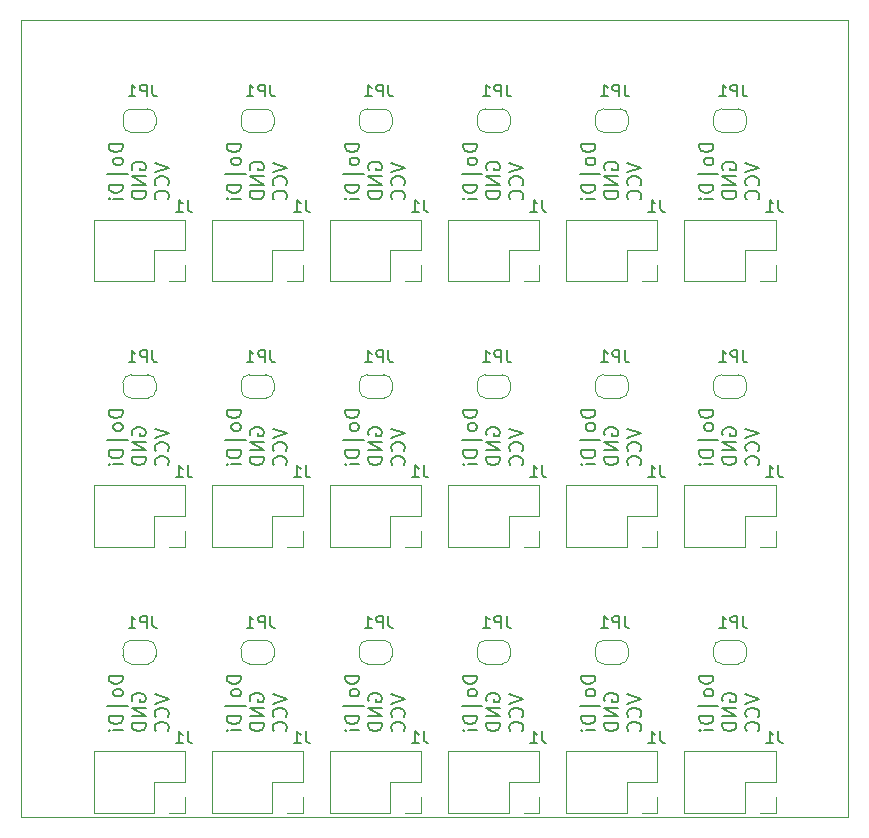
<source format=gbr>
G04 #@! TF.GenerationSoftware,KiCad,Pcbnew,5.1.10-88a1d61d58~90~ubuntu21.04.1*
G04 #@! TF.CreationDate,2021-10-15T09:48:59+02:00*
G04 #@! TF.ProjectId,IndicatorLeds,496e6469-6361-4746-9f72-4c6564732e6b,rev?*
G04 #@! TF.SameCoordinates,Original*
G04 #@! TF.FileFunction,Legend,Bot*
G04 #@! TF.FilePolarity,Positive*
%FSLAX46Y46*%
G04 Gerber Fmt 4.6, Leading zero omitted, Abs format (unit mm)*
G04 Created by KiCad (PCBNEW 5.1.10-88a1d61d58~90~ubuntu21.04.1) date 2021-10-15 09:48:59*
%MOMM*%
%LPD*%
G01*
G04 APERTURE LIST*
G04 #@! TA.AperFunction,Profile*
%ADD10C,0.100000*%
G04 #@! TD*
%ADD11C,0.150000*%
%ADD12C,0.120000*%
G04 APERTURE END LIST*
D10*
X45000000Y-49999000D02*
X110000000Y-49999000D01*
X45000000Y-117501000D02*
X45000000Y-49999000D01*
X115001000Y-117501000D02*
X45000000Y-117501000D01*
X115001000Y-49999000D02*
X115001000Y-117501000D01*
X110000000Y-49999000D02*
X115001000Y-49999000D01*
D11*
X103592883Y-105488225D02*
X102392883Y-105488225D01*
X102392883Y-105773939D01*
X102450026Y-105945368D01*
X102564311Y-106059653D01*
X102678597Y-106116796D01*
X102907168Y-106173939D01*
X103078597Y-106173939D01*
X103307168Y-106116796D01*
X103421454Y-106059653D01*
X103535740Y-105945368D01*
X103592883Y-105773939D01*
X103592883Y-105488225D01*
X103592883Y-106859653D02*
X103535740Y-106745368D01*
X103478597Y-106688225D01*
X103364311Y-106631082D01*
X103021454Y-106631082D01*
X102907168Y-106688225D01*
X102850026Y-106745368D01*
X102792883Y-106859653D01*
X102792883Y-107031082D01*
X102850026Y-107145368D01*
X102907168Y-107202511D01*
X103021454Y-107259653D01*
X103364311Y-107259653D01*
X103478597Y-107202511D01*
X103535740Y-107145368D01*
X103592883Y-107031082D01*
X103592883Y-106859653D01*
X103992883Y-108059653D02*
X102278597Y-108059653D01*
X103592883Y-108916796D02*
X102392883Y-108916796D01*
X102392883Y-109202511D01*
X102450026Y-109373939D01*
X102564311Y-109488225D01*
X102678597Y-109545368D01*
X102907168Y-109602511D01*
X103078597Y-109602511D01*
X103307168Y-109545368D01*
X103421454Y-109488225D01*
X103535740Y-109373939D01*
X103592883Y-109202511D01*
X103592883Y-108916796D01*
X103592883Y-110116796D02*
X102792883Y-110116796D01*
X102392883Y-110116796D02*
X102450026Y-110059653D01*
X102507168Y-110116796D01*
X102450026Y-110173939D01*
X102392883Y-110116796D01*
X102507168Y-110116796D01*
X104400026Y-107659653D02*
X104342883Y-107545368D01*
X104342883Y-107373939D01*
X104400026Y-107202511D01*
X104514311Y-107088225D01*
X104628597Y-107031082D01*
X104857168Y-106973939D01*
X105028597Y-106973939D01*
X105257168Y-107031082D01*
X105371454Y-107088225D01*
X105485740Y-107202511D01*
X105542883Y-107373939D01*
X105542883Y-107488225D01*
X105485740Y-107659653D01*
X105428597Y-107716796D01*
X105028597Y-107716796D01*
X105028597Y-107488225D01*
X105542883Y-108231082D02*
X104342883Y-108231082D01*
X105542883Y-108916796D01*
X104342883Y-108916796D01*
X105542883Y-109488225D02*
X104342883Y-109488225D01*
X104342883Y-109773939D01*
X104400026Y-109945368D01*
X104514311Y-110059653D01*
X104628597Y-110116796D01*
X104857168Y-110173939D01*
X105028597Y-110173939D01*
X105257168Y-110116796D01*
X105371454Y-110059653D01*
X105485740Y-109945368D01*
X105542883Y-109773939D01*
X105542883Y-109488225D01*
X106292883Y-107088225D02*
X107492883Y-107488225D01*
X106292883Y-107888225D01*
X107378597Y-108973939D02*
X107435740Y-108916796D01*
X107492883Y-108745368D01*
X107492883Y-108631082D01*
X107435740Y-108459653D01*
X107321454Y-108345368D01*
X107207168Y-108288225D01*
X106978597Y-108231082D01*
X106807168Y-108231082D01*
X106578597Y-108288225D01*
X106464311Y-108345368D01*
X106350026Y-108459653D01*
X106292883Y-108631082D01*
X106292883Y-108745368D01*
X106350026Y-108916796D01*
X106407168Y-108973939D01*
X107378597Y-110173939D02*
X107435740Y-110116796D01*
X107492883Y-109945368D01*
X107492883Y-109831082D01*
X107435740Y-109659653D01*
X107321454Y-109545368D01*
X107207168Y-109488225D01*
X106978597Y-109431082D01*
X106807168Y-109431082D01*
X106578597Y-109488225D01*
X106464311Y-109545368D01*
X106350026Y-109659653D01*
X106292883Y-109831082D01*
X106292883Y-109945368D01*
X106350026Y-110116796D01*
X106407168Y-110173939D01*
X93592878Y-105488225D02*
X92392878Y-105488225D01*
X92392878Y-105773939D01*
X92450021Y-105945368D01*
X92564306Y-106059653D01*
X92678592Y-106116796D01*
X92907163Y-106173939D01*
X93078592Y-106173939D01*
X93307163Y-106116796D01*
X93421449Y-106059653D01*
X93535735Y-105945368D01*
X93592878Y-105773939D01*
X93592878Y-105488225D01*
X93592878Y-106859653D02*
X93535735Y-106745368D01*
X93478592Y-106688225D01*
X93364306Y-106631082D01*
X93021449Y-106631082D01*
X92907163Y-106688225D01*
X92850021Y-106745368D01*
X92792878Y-106859653D01*
X92792878Y-107031082D01*
X92850021Y-107145368D01*
X92907163Y-107202511D01*
X93021449Y-107259653D01*
X93364306Y-107259653D01*
X93478592Y-107202511D01*
X93535735Y-107145368D01*
X93592878Y-107031082D01*
X93592878Y-106859653D01*
X93992878Y-108059653D02*
X92278592Y-108059653D01*
X93592878Y-108916796D02*
X92392878Y-108916796D01*
X92392878Y-109202511D01*
X92450021Y-109373939D01*
X92564306Y-109488225D01*
X92678592Y-109545368D01*
X92907163Y-109602511D01*
X93078592Y-109602511D01*
X93307163Y-109545368D01*
X93421449Y-109488225D01*
X93535735Y-109373939D01*
X93592878Y-109202511D01*
X93592878Y-108916796D01*
X93592878Y-110116796D02*
X92792878Y-110116796D01*
X92392878Y-110116796D02*
X92450021Y-110059653D01*
X92507163Y-110116796D01*
X92450021Y-110173939D01*
X92392878Y-110116796D01*
X92507163Y-110116796D01*
X94400021Y-107659653D02*
X94342878Y-107545368D01*
X94342878Y-107373939D01*
X94400021Y-107202511D01*
X94514306Y-107088225D01*
X94628592Y-107031082D01*
X94857163Y-106973939D01*
X95028592Y-106973939D01*
X95257163Y-107031082D01*
X95371449Y-107088225D01*
X95485735Y-107202511D01*
X95542878Y-107373939D01*
X95542878Y-107488225D01*
X95485735Y-107659653D01*
X95428592Y-107716796D01*
X95028592Y-107716796D01*
X95028592Y-107488225D01*
X95542878Y-108231082D02*
X94342878Y-108231082D01*
X95542878Y-108916796D01*
X94342878Y-108916796D01*
X95542878Y-109488225D02*
X94342878Y-109488225D01*
X94342878Y-109773939D01*
X94400021Y-109945368D01*
X94514306Y-110059653D01*
X94628592Y-110116796D01*
X94857163Y-110173939D01*
X95028592Y-110173939D01*
X95257163Y-110116796D01*
X95371449Y-110059653D01*
X95485735Y-109945368D01*
X95542878Y-109773939D01*
X95542878Y-109488225D01*
X96292878Y-107088225D02*
X97492878Y-107488225D01*
X96292878Y-107888225D01*
X97378592Y-108973939D02*
X97435735Y-108916796D01*
X97492878Y-108745368D01*
X97492878Y-108631082D01*
X97435735Y-108459653D01*
X97321449Y-108345368D01*
X97207163Y-108288225D01*
X96978592Y-108231082D01*
X96807163Y-108231082D01*
X96578592Y-108288225D01*
X96464306Y-108345368D01*
X96350021Y-108459653D01*
X96292878Y-108631082D01*
X96292878Y-108745368D01*
X96350021Y-108916796D01*
X96407163Y-108973939D01*
X97378592Y-110173939D02*
X97435735Y-110116796D01*
X97492878Y-109945368D01*
X97492878Y-109831082D01*
X97435735Y-109659653D01*
X97321449Y-109545368D01*
X97207163Y-109488225D01*
X96978592Y-109431082D01*
X96807163Y-109431082D01*
X96578592Y-109488225D01*
X96464306Y-109545368D01*
X96350021Y-109659653D01*
X96292878Y-109831082D01*
X96292878Y-109945368D01*
X96350021Y-110116796D01*
X96407163Y-110173939D01*
X83592873Y-105488225D02*
X82392873Y-105488225D01*
X82392873Y-105773939D01*
X82450016Y-105945368D01*
X82564301Y-106059653D01*
X82678587Y-106116796D01*
X82907158Y-106173939D01*
X83078587Y-106173939D01*
X83307158Y-106116796D01*
X83421444Y-106059653D01*
X83535730Y-105945368D01*
X83592873Y-105773939D01*
X83592873Y-105488225D01*
X83592873Y-106859653D02*
X83535730Y-106745368D01*
X83478587Y-106688225D01*
X83364301Y-106631082D01*
X83021444Y-106631082D01*
X82907158Y-106688225D01*
X82850016Y-106745368D01*
X82792873Y-106859653D01*
X82792873Y-107031082D01*
X82850016Y-107145368D01*
X82907158Y-107202511D01*
X83021444Y-107259653D01*
X83364301Y-107259653D01*
X83478587Y-107202511D01*
X83535730Y-107145368D01*
X83592873Y-107031082D01*
X83592873Y-106859653D01*
X83992873Y-108059653D02*
X82278587Y-108059653D01*
X83592873Y-108916796D02*
X82392873Y-108916796D01*
X82392873Y-109202511D01*
X82450016Y-109373939D01*
X82564301Y-109488225D01*
X82678587Y-109545368D01*
X82907158Y-109602511D01*
X83078587Y-109602511D01*
X83307158Y-109545368D01*
X83421444Y-109488225D01*
X83535730Y-109373939D01*
X83592873Y-109202511D01*
X83592873Y-108916796D01*
X83592873Y-110116796D02*
X82792873Y-110116796D01*
X82392873Y-110116796D02*
X82450016Y-110059653D01*
X82507158Y-110116796D01*
X82450016Y-110173939D01*
X82392873Y-110116796D01*
X82507158Y-110116796D01*
X84400016Y-107659653D02*
X84342873Y-107545368D01*
X84342873Y-107373939D01*
X84400016Y-107202511D01*
X84514301Y-107088225D01*
X84628587Y-107031082D01*
X84857158Y-106973939D01*
X85028587Y-106973939D01*
X85257158Y-107031082D01*
X85371444Y-107088225D01*
X85485730Y-107202511D01*
X85542873Y-107373939D01*
X85542873Y-107488225D01*
X85485730Y-107659653D01*
X85428587Y-107716796D01*
X85028587Y-107716796D01*
X85028587Y-107488225D01*
X85542873Y-108231082D02*
X84342873Y-108231082D01*
X85542873Y-108916796D01*
X84342873Y-108916796D01*
X85542873Y-109488225D02*
X84342873Y-109488225D01*
X84342873Y-109773939D01*
X84400016Y-109945368D01*
X84514301Y-110059653D01*
X84628587Y-110116796D01*
X84857158Y-110173939D01*
X85028587Y-110173939D01*
X85257158Y-110116796D01*
X85371444Y-110059653D01*
X85485730Y-109945368D01*
X85542873Y-109773939D01*
X85542873Y-109488225D01*
X86292873Y-107088225D02*
X87492873Y-107488225D01*
X86292873Y-107888225D01*
X87378587Y-108973939D02*
X87435730Y-108916796D01*
X87492873Y-108745368D01*
X87492873Y-108631082D01*
X87435730Y-108459653D01*
X87321444Y-108345368D01*
X87207158Y-108288225D01*
X86978587Y-108231082D01*
X86807158Y-108231082D01*
X86578587Y-108288225D01*
X86464301Y-108345368D01*
X86350016Y-108459653D01*
X86292873Y-108631082D01*
X86292873Y-108745368D01*
X86350016Y-108916796D01*
X86407158Y-108973939D01*
X87378587Y-110173939D02*
X87435730Y-110116796D01*
X87492873Y-109945368D01*
X87492873Y-109831082D01*
X87435730Y-109659653D01*
X87321444Y-109545368D01*
X87207158Y-109488225D01*
X86978587Y-109431082D01*
X86807158Y-109431082D01*
X86578587Y-109488225D01*
X86464301Y-109545368D01*
X86350016Y-109659653D01*
X86292873Y-109831082D01*
X86292873Y-109945368D01*
X86350016Y-110116796D01*
X86407158Y-110173939D01*
X73592868Y-105488225D02*
X72392868Y-105488225D01*
X72392868Y-105773939D01*
X72450011Y-105945368D01*
X72564296Y-106059653D01*
X72678582Y-106116796D01*
X72907153Y-106173939D01*
X73078582Y-106173939D01*
X73307153Y-106116796D01*
X73421439Y-106059653D01*
X73535725Y-105945368D01*
X73592868Y-105773939D01*
X73592868Y-105488225D01*
X73592868Y-106859653D02*
X73535725Y-106745368D01*
X73478582Y-106688225D01*
X73364296Y-106631082D01*
X73021439Y-106631082D01*
X72907153Y-106688225D01*
X72850011Y-106745368D01*
X72792868Y-106859653D01*
X72792868Y-107031082D01*
X72850011Y-107145368D01*
X72907153Y-107202511D01*
X73021439Y-107259653D01*
X73364296Y-107259653D01*
X73478582Y-107202511D01*
X73535725Y-107145368D01*
X73592868Y-107031082D01*
X73592868Y-106859653D01*
X73992868Y-108059653D02*
X72278582Y-108059653D01*
X73592868Y-108916796D02*
X72392868Y-108916796D01*
X72392868Y-109202511D01*
X72450011Y-109373939D01*
X72564296Y-109488225D01*
X72678582Y-109545368D01*
X72907153Y-109602511D01*
X73078582Y-109602511D01*
X73307153Y-109545368D01*
X73421439Y-109488225D01*
X73535725Y-109373939D01*
X73592868Y-109202511D01*
X73592868Y-108916796D01*
X73592868Y-110116796D02*
X72792868Y-110116796D01*
X72392868Y-110116796D02*
X72450011Y-110059653D01*
X72507153Y-110116796D01*
X72450011Y-110173939D01*
X72392868Y-110116796D01*
X72507153Y-110116796D01*
X74400011Y-107659653D02*
X74342868Y-107545368D01*
X74342868Y-107373939D01*
X74400011Y-107202511D01*
X74514296Y-107088225D01*
X74628582Y-107031082D01*
X74857153Y-106973939D01*
X75028582Y-106973939D01*
X75257153Y-107031082D01*
X75371439Y-107088225D01*
X75485725Y-107202511D01*
X75542868Y-107373939D01*
X75542868Y-107488225D01*
X75485725Y-107659653D01*
X75428582Y-107716796D01*
X75028582Y-107716796D01*
X75028582Y-107488225D01*
X75542868Y-108231082D02*
X74342868Y-108231082D01*
X75542868Y-108916796D01*
X74342868Y-108916796D01*
X75542868Y-109488225D02*
X74342868Y-109488225D01*
X74342868Y-109773939D01*
X74400011Y-109945368D01*
X74514296Y-110059653D01*
X74628582Y-110116796D01*
X74857153Y-110173939D01*
X75028582Y-110173939D01*
X75257153Y-110116796D01*
X75371439Y-110059653D01*
X75485725Y-109945368D01*
X75542868Y-109773939D01*
X75542868Y-109488225D01*
X76292868Y-107088225D02*
X77492868Y-107488225D01*
X76292868Y-107888225D01*
X77378582Y-108973939D02*
X77435725Y-108916796D01*
X77492868Y-108745368D01*
X77492868Y-108631082D01*
X77435725Y-108459653D01*
X77321439Y-108345368D01*
X77207153Y-108288225D01*
X76978582Y-108231082D01*
X76807153Y-108231082D01*
X76578582Y-108288225D01*
X76464296Y-108345368D01*
X76350011Y-108459653D01*
X76292868Y-108631082D01*
X76292868Y-108745368D01*
X76350011Y-108916796D01*
X76407153Y-108973939D01*
X77378582Y-110173939D02*
X77435725Y-110116796D01*
X77492868Y-109945368D01*
X77492868Y-109831082D01*
X77435725Y-109659653D01*
X77321439Y-109545368D01*
X77207153Y-109488225D01*
X76978582Y-109431082D01*
X76807153Y-109431082D01*
X76578582Y-109488225D01*
X76464296Y-109545368D01*
X76350011Y-109659653D01*
X76292868Y-109831082D01*
X76292868Y-109945368D01*
X76350011Y-110116796D01*
X76407153Y-110173939D01*
X63592863Y-105488225D02*
X62392863Y-105488225D01*
X62392863Y-105773939D01*
X62450006Y-105945368D01*
X62564291Y-106059653D01*
X62678577Y-106116796D01*
X62907148Y-106173939D01*
X63078577Y-106173939D01*
X63307148Y-106116796D01*
X63421434Y-106059653D01*
X63535720Y-105945368D01*
X63592863Y-105773939D01*
X63592863Y-105488225D01*
X63592863Y-106859653D02*
X63535720Y-106745368D01*
X63478577Y-106688225D01*
X63364291Y-106631082D01*
X63021434Y-106631082D01*
X62907148Y-106688225D01*
X62850006Y-106745368D01*
X62792863Y-106859653D01*
X62792863Y-107031082D01*
X62850006Y-107145368D01*
X62907148Y-107202511D01*
X63021434Y-107259653D01*
X63364291Y-107259653D01*
X63478577Y-107202511D01*
X63535720Y-107145368D01*
X63592863Y-107031082D01*
X63592863Y-106859653D01*
X63992863Y-108059653D02*
X62278577Y-108059653D01*
X63592863Y-108916796D02*
X62392863Y-108916796D01*
X62392863Y-109202511D01*
X62450006Y-109373939D01*
X62564291Y-109488225D01*
X62678577Y-109545368D01*
X62907148Y-109602511D01*
X63078577Y-109602511D01*
X63307148Y-109545368D01*
X63421434Y-109488225D01*
X63535720Y-109373939D01*
X63592863Y-109202511D01*
X63592863Y-108916796D01*
X63592863Y-110116796D02*
X62792863Y-110116796D01*
X62392863Y-110116796D02*
X62450006Y-110059653D01*
X62507148Y-110116796D01*
X62450006Y-110173939D01*
X62392863Y-110116796D01*
X62507148Y-110116796D01*
X64400006Y-107659653D02*
X64342863Y-107545368D01*
X64342863Y-107373939D01*
X64400006Y-107202511D01*
X64514291Y-107088225D01*
X64628577Y-107031082D01*
X64857148Y-106973939D01*
X65028577Y-106973939D01*
X65257148Y-107031082D01*
X65371434Y-107088225D01*
X65485720Y-107202511D01*
X65542863Y-107373939D01*
X65542863Y-107488225D01*
X65485720Y-107659653D01*
X65428577Y-107716796D01*
X65028577Y-107716796D01*
X65028577Y-107488225D01*
X65542863Y-108231082D02*
X64342863Y-108231082D01*
X65542863Y-108916796D01*
X64342863Y-108916796D01*
X65542863Y-109488225D02*
X64342863Y-109488225D01*
X64342863Y-109773939D01*
X64400006Y-109945368D01*
X64514291Y-110059653D01*
X64628577Y-110116796D01*
X64857148Y-110173939D01*
X65028577Y-110173939D01*
X65257148Y-110116796D01*
X65371434Y-110059653D01*
X65485720Y-109945368D01*
X65542863Y-109773939D01*
X65542863Y-109488225D01*
X66292863Y-107088225D02*
X67492863Y-107488225D01*
X66292863Y-107888225D01*
X67378577Y-108973939D02*
X67435720Y-108916796D01*
X67492863Y-108745368D01*
X67492863Y-108631082D01*
X67435720Y-108459653D01*
X67321434Y-108345368D01*
X67207148Y-108288225D01*
X66978577Y-108231082D01*
X66807148Y-108231082D01*
X66578577Y-108288225D01*
X66464291Y-108345368D01*
X66350006Y-108459653D01*
X66292863Y-108631082D01*
X66292863Y-108745368D01*
X66350006Y-108916796D01*
X66407148Y-108973939D01*
X67378577Y-110173939D02*
X67435720Y-110116796D01*
X67492863Y-109945368D01*
X67492863Y-109831082D01*
X67435720Y-109659653D01*
X67321434Y-109545368D01*
X67207148Y-109488225D01*
X66978577Y-109431082D01*
X66807148Y-109431082D01*
X66578577Y-109488225D01*
X66464291Y-109545368D01*
X66350006Y-109659653D01*
X66292863Y-109831082D01*
X66292863Y-109945368D01*
X66350006Y-110116796D01*
X66407148Y-110173939D01*
X53592858Y-105488225D02*
X52392858Y-105488225D01*
X52392858Y-105773939D01*
X52450001Y-105945368D01*
X52564286Y-106059653D01*
X52678572Y-106116796D01*
X52907143Y-106173939D01*
X53078572Y-106173939D01*
X53307143Y-106116796D01*
X53421429Y-106059653D01*
X53535715Y-105945368D01*
X53592858Y-105773939D01*
X53592858Y-105488225D01*
X53592858Y-106859653D02*
X53535715Y-106745368D01*
X53478572Y-106688225D01*
X53364286Y-106631082D01*
X53021429Y-106631082D01*
X52907143Y-106688225D01*
X52850001Y-106745368D01*
X52792858Y-106859653D01*
X52792858Y-107031082D01*
X52850001Y-107145368D01*
X52907143Y-107202511D01*
X53021429Y-107259653D01*
X53364286Y-107259653D01*
X53478572Y-107202511D01*
X53535715Y-107145368D01*
X53592858Y-107031082D01*
X53592858Y-106859653D01*
X53992858Y-108059653D02*
X52278572Y-108059653D01*
X53592858Y-108916796D02*
X52392858Y-108916796D01*
X52392858Y-109202511D01*
X52450001Y-109373939D01*
X52564286Y-109488225D01*
X52678572Y-109545368D01*
X52907143Y-109602511D01*
X53078572Y-109602511D01*
X53307143Y-109545368D01*
X53421429Y-109488225D01*
X53535715Y-109373939D01*
X53592858Y-109202511D01*
X53592858Y-108916796D01*
X53592858Y-110116796D02*
X52792858Y-110116796D01*
X52392858Y-110116796D02*
X52450001Y-110059653D01*
X52507143Y-110116796D01*
X52450001Y-110173939D01*
X52392858Y-110116796D01*
X52507143Y-110116796D01*
X54400001Y-107659653D02*
X54342858Y-107545368D01*
X54342858Y-107373939D01*
X54400001Y-107202511D01*
X54514286Y-107088225D01*
X54628572Y-107031082D01*
X54857143Y-106973939D01*
X55028572Y-106973939D01*
X55257143Y-107031082D01*
X55371429Y-107088225D01*
X55485715Y-107202511D01*
X55542858Y-107373939D01*
X55542858Y-107488225D01*
X55485715Y-107659653D01*
X55428572Y-107716796D01*
X55028572Y-107716796D01*
X55028572Y-107488225D01*
X55542858Y-108231082D02*
X54342858Y-108231082D01*
X55542858Y-108916796D01*
X54342858Y-108916796D01*
X55542858Y-109488225D02*
X54342858Y-109488225D01*
X54342858Y-109773939D01*
X54400001Y-109945368D01*
X54514286Y-110059653D01*
X54628572Y-110116796D01*
X54857143Y-110173939D01*
X55028572Y-110173939D01*
X55257143Y-110116796D01*
X55371429Y-110059653D01*
X55485715Y-109945368D01*
X55542858Y-109773939D01*
X55542858Y-109488225D01*
X56292858Y-107088225D02*
X57492858Y-107488225D01*
X56292858Y-107888225D01*
X57378572Y-108973939D02*
X57435715Y-108916796D01*
X57492858Y-108745368D01*
X57492858Y-108631082D01*
X57435715Y-108459653D01*
X57321429Y-108345368D01*
X57207143Y-108288225D01*
X56978572Y-108231082D01*
X56807143Y-108231082D01*
X56578572Y-108288225D01*
X56464286Y-108345368D01*
X56350001Y-108459653D01*
X56292858Y-108631082D01*
X56292858Y-108745368D01*
X56350001Y-108916796D01*
X56407143Y-108973939D01*
X57378572Y-110173939D02*
X57435715Y-110116796D01*
X57492858Y-109945368D01*
X57492858Y-109831082D01*
X57435715Y-109659653D01*
X57321429Y-109545368D01*
X57207143Y-109488225D01*
X56978572Y-109431082D01*
X56807143Y-109431082D01*
X56578572Y-109488225D01*
X56464286Y-109545368D01*
X56350001Y-109659653D01*
X56292858Y-109831082D01*
X56292858Y-109945368D01*
X56350001Y-110116796D01*
X56407143Y-110173939D01*
X103592883Y-82988220D02*
X102392883Y-82988220D01*
X102392883Y-83273934D01*
X102450026Y-83445363D01*
X102564311Y-83559648D01*
X102678597Y-83616791D01*
X102907168Y-83673934D01*
X103078597Y-83673934D01*
X103307168Y-83616791D01*
X103421454Y-83559648D01*
X103535740Y-83445363D01*
X103592883Y-83273934D01*
X103592883Y-82988220D01*
X103592883Y-84359648D02*
X103535740Y-84245363D01*
X103478597Y-84188220D01*
X103364311Y-84131077D01*
X103021454Y-84131077D01*
X102907168Y-84188220D01*
X102850026Y-84245363D01*
X102792883Y-84359648D01*
X102792883Y-84531077D01*
X102850026Y-84645363D01*
X102907168Y-84702506D01*
X103021454Y-84759648D01*
X103364311Y-84759648D01*
X103478597Y-84702506D01*
X103535740Y-84645363D01*
X103592883Y-84531077D01*
X103592883Y-84359648D01*
X103992883Y-85559648D02*
X102278597Y-85559648D01*
X103592883Y-86416791D02*
X102392883Y-86416791D01*
X102392883Y-86702506D01*
X102450026Y-86873934D01*
X102564311Y-86988220D01*
X102678597Y-87045363D01*
X102907168Y-87102506D01*
X103078597Y-87102506D01*
X103307168Y-87045363D01*
X103421454Y-86988220D01*
X103535740Y-86873934D01*
X103592883Y-86702506D01*
X103592883Y-86416791D01*
X103592883Y-87616791D02*
X102792883Y-87616791D01*
X102392883Y-87616791D02*
X102450026Y-87559648D01*
X102507168Y-87616791D01*
X102450026Y-87673934D01*
X102392883Y-87616791D01*
X102507168Y-87616791D01*
X104400026Y-85159648D02*
X104342883Y-85045363D01*
X104342883Y-84873934D01*
X104400026Y-84702506D01*
X104514311Y-84588220D01*
X104628597Y-84531077D01*
X104857168Y-84473934D01*
X105028597Y-84473934D01*
X105257168Y-84531077D01*
X105371454Y-84588220D01*
X105485740Y-84702506D01*
X105542883Y-84873934D01*
X105542883Y-84988220D01*
X105485740Y-85159648D01*
X105428597Y-85216791D01*
X105028597Y-85216791D01*
X105028597Y-84988220D01*
X105542883Y-85731077D02*
X104342883Y-85731077D01*
X105542883Y-86416791D01*
X104342883Y-86416791D01*
X105542883Y-86988220D02*
X104342883Y-86988220D01*
X104342883Y-87273934D01*
X104400026Y-87445363D01*
X104514311Y-87559648D01*
X104628597Y-87616791D01*
X104857168Y-87673934D01*
X105028597Y-87673934D01*
X105257168Y-87616791D01*
X105371454Y-87559648D01*
X105485740Y-87445363D01*
X105542883Y-87273934D01*
X105542883Y-86988220D01*
X106292883Y-84588220D02*
X107492883Y-84988220D01*
X106292883Y-85388220D01*
X107378597Y-86473934D02*
X107435740Y-86416791D01*
X107492883Y-86245363D01*
X107492883Y-86131077D01*
X107435740Y-85959648D01*
X107321454Y-85845363D01*
X107207168Y-85788220D01*
X106978597Y-85731077D01*
X106807168Y-85731077D01*
X106578597Y-85788220D01*
X106464311Y-85845363D01*
X106350026Y-85959648D01*
X106292883Y-86131077D01*
X106292883Y-86245363D01*
X106350026Y-86416791D01*
X106407168Y-86473934D01*
X107378597Y-87673934D02*
X107435740Y-87616791D01*
X107492883Y-87445363D01*
X107492883Y-87331077D01*
X107435740Y-87159648D01*
X107321454Y-87045363D01*
X107207168Y-86988220D01*
X106978597Y-86931077D01*
X106807168Y-86931077D01*
X106578597Y-86988220D01*
X106464311Y-87045363D01*
X106350026Y-87159648D01*
X106292883Y-87331077D01*
X106292883Y-87445363D01*
X106350026Y-87616791D01*
X106407168Y-87673934D01*
X93592878Y-82988220D02*
X92392878Y-82988220D01*
X92392878Y-83273934D01*
X92450021Y-83445363D01*
X92564306Y-83559648D01*
X92678592Y-83616791D01*
X92907163Y-83673934D01*
X93078592Y-83673934D01*
X93307163Y-83616791D01*
X93421449Y-83559648D01*
X93535735Y-83445363D01*
X93592878Y-83273934D01*
X93592878Y-82988220D01*
X93592878Y-84359648D02*
X93535735Y-84245363D01*
X93478592Y-84188220D01*
X93364306Y-84131077D01*
X93021449Y-84131077D01*
X92907163Y-84188220D01*
X92850021Y-84245363D01*
X92792878Y-84359648D01*
X92792878Y-84531077D01*
X92850021Y-84645363D01*
X92907163Y-84702506D01*
X93021449Y-84759648D01*
X93364306Y-84759648D01*
X93478592Y-84702506D01*
X93535735Y-84645363D01*
X93592878Y-84531077D01*
X93592878Y-84359648D01*
X93992878Y-85559648D02*
X92278592Y-85559648D01*
X93592878Y-86416791D02*
X92392878Y-86416791D01*
X92392878Y-86702506D01*
X92450021Y-86873934D01*
X92564306Y-86988220D01*
X92678592Y-87045363D01*
X92907163Y-87102506D01*
X93078592Y-87102506D01*
X93307163Y-87045363D01*
X93421449Y-86988220D01*
X93535735Y-86873934D01*
X93592878Y-86702506D01*
X93592878Y-86416791D01*
X93592878Y-87616791D02*
X92792878Y-87616791D01*
X92392878Y-87616791D02*
X92450021Y-87559648D01*
X92507163Y-87616791D01*
X92450021Y-87673934D01*
X92392878Y-87616791D01*
X92507163Y-87616791D01*
X94400021Y-85159648D02*
X94342878Y-85045363D01*
X94342878Y-84873934D01*
X94400021Y-84702506D01*
X94514306Y-84588220D01*
X94628592Y-84531077D01*
X94857163Y-84473934D01*
X95028592Y-84473934D01*
X95257163Y-84531077D01*
X95371449Y-84588220D01*
X95485735Y-84702506D01*
X95542878Y-84873934D01*
X95542878Y-84988220D01*
X95485735Y-85159648D01*
X95428592Y-85216791D01*
X95028592Y-85216791D01*
X95028592Y-84988220D01*
X95542878Y-85731077D02*
X94342878Y-85731077D01*
X95542878Y-86416791D01*
X94342878Y-86416791D01*
X95542878Y-86988220D02*
X94342878Y-86988220D01*
X94342878Y-87273934D01*
X94400021Y-87445363D01*
X94514306Y-87559648D01*
X94628592Y-87616791D01*
X94857163Y-87673934D01*
X95028592Y-87673934D01*
X95257163Y-87616791D01*
X95371449Y-87559648D01*
X95485735Y-87445363D01*
X95542878Y-87273934D01*
X95542878Y-86988220D01*
X96292878Y-84588220D02*
X97492878Y-84988220D01*
X96292878Y-85388220D01*
X97378592Y-86473934D02*
X97435735Y-86416791D01*
X97492878Y-86245363D01*
X97492878Y-86131077D01*
X97435735Y-85959648D01*
X97321449Y-85845363D01*
X97207163Y-85788220D01*
X96978592Y-85731077D01*
X96807163Y-85731077D01*
X96578592Y-85788220D01*
X96464306Y-85845363D01*
X96350021Y-85959648D01*
X96292878Y-86131077D01*
X96292878Y-86245363D01*
X96350021Y-86416791D01*
X96407163Y-86473934D01*
X97378592Y-87673934D02*
X97435735Y-87616791D01*
X97492878Y-87445363D01*
X97492878Y-87331077D01*
X97435735Y-87159648D01*
X97321449Y-87045363D01*
X97207163Y-86988220D01*
X96978592Y-86931077D01*
X96807163Y-86931077D01*
X96578592Y-86988220D01*
X96464306Y-87045363D01*
X96350021Y-87159648D01*
X96292878Y-87331077D01*
X96292878Y-87445363D01*
X96350021Y-87616791D01*
X96407163Y-87673934D01*
X83592873Y-82988220D02*
X82392873Y-82988220D01*
X82392873Y-83273934D01*
X82450016Y-83445363D01*
X82564301Y-83559648D01*
X82678587Y-83616791D01*
X82907158Y-83673934D01*
X83078587Y-83673934D01*
X83307158Y-83616791D01*
X83421444Y-83559648D01*
X83535730Y-83445363D01*
X83592873Y-83273934D01*
X83592873Y-82988220D01*
X83592873Y-84359648D02*
X83535730Y-84245363D01*
X83478587Y-84188220D01*
X83364301Y-84131077D01*
X83021444Y-84131077D01*
X82907158Y-84188220D01*
X82850016Y-84245363D01*
X82792873Y-84359648D01*
X82792873Y-84531077D01*
X82850016Y-84645363D01*
X82907158Y-84702506D01*
X83021444Y-84759648D01*
X83364301Y-84759648D01*
X83478587Y-84702506D01*
X83535730Y-84645363D01*
X83592873Y-84531077D01*
X83592873Y-84359648D01*
X83992873Y-85559648D02*
X82278587Y-85559648D01*
X83592873Y-86416791D02*
X82392873Y-86416791D01*
X82392873Y-86702506D01*
X82450016Y-86873934D01*
X82564301Y-86988220D01*
X82678587Y-87045363D01*
X82907158Y-87102506D01*
X83078587Y-87102506D01*
X83307158Y-87045363D01*
X83421444Y-86988220D01*
X83535730Y-86873934D01*
X83592873Y-86702506D01*
X83592873Y-86416791D01*
X83592873Y-87616791D02*
X82792873Y-87616791D01*
X82392873Y-87616791D02*
X82450016Y-87559648D01*
X82507158Y-87616791D01*
X82450016Y-87673934D01*
X82392873Y-87616791D01*
X82507158Y-87616791D01*
X84400016Y-85159648D02*
X84342873Y-85045363D01*
X84342873Y-84873934D01*
X84400016Y-84702506D01*
X84514301Y-84588220D01*
X84628587Y-84531077D01*
X84857158Y-84473934D01*
X85028587Y-84473934D01*
X85257158Y-84531077D01*
X85371444Y-84588220D01*
X85485730Y-84702506D01*
X85542873Y-84873934D01*
X85542873Y-84988220D01*
X85485730Y-85159648D01*
X85428587Y-85216791D01*
X85028587Y-85216791D01*
X85028587Y-84988220D01*
X85542873Y-85731077D02*
X84342873Y-85731077D01*
X85542873Y-86416791D01*
X84342873Y-86416791D01*
X85542873Y-86988220D02*
X84342873Y-86988220D01*
X84342873Y-87273934D01*
X84400016Y-87445363D01*
X84514301Y-87559648D01*
X84628587Y-87616791D01*
X84857158Y-87673934D01*
X85028587Y-87673934D01*
X85257158Y-87616791D01*
X85371444Y-87559648D01*
X85485730Y-87445363D01*
X85542873Y-87273934D01*
X85542873Y-86988220D01*
X86292873Y-84588220D02*
X87492873Y-84988220D01*
X86292873Y-85388220D01*
X87378587Y-86473934D02*
X87435730Y-86416791D01*
X87492873Y-86245363D01*
X87492873Y-86131077D01*
X87435730Y-85959648D01*
X87321444Y-85845363D01*
X87207158Y-85788220D01*
X86978587Y-85731077D01*
X86807158Y-85731077D01*
X86578587Y-85788220D01*
X86464301Y-85845363D01*
X86350016Y-85959648D01*
X86292873Y-86131077D01*
X86292873Y-86245363D01*
X86350016Y-86416791D01*
X86407158Y-86473934D01*
X87378587Y-87673934D02*
X87435730Y-87616791D01*
X87492873Y-87445363D01*
X87492873Y-87331077D01*
X87435730Y-87159648D01*
X87321444Y-87045363D01*
X87207158Y-86988220D01*
X86978587Y-86931077D01*
X86807158Y-86931077D01*
X86578587Y-86988220D01*
X86464301Y-87045363D01*
X86350016Y-87159648D01*
X86292873Y-87331077D01*
X86292873Y-87445363D01*
X86350016Y-87616791D01*
X86407158Y-87673934D01*
X73592868Y-82988220D02*
X72392868Y-82988220D01*
X72392868Y-83273934D01*
X72450011Y-83445363D01*
X72564296Y-83559648D01*
X72678582Y-83616791D01*
X72907153Y-83673934D01*
X73078582Y-83673934D01*
X73307153Y-83616791D01*
X73421439Y-83559648D01*
X73535725Y-83445363D01*
X73592868Y-83273934D01*
X73592868Y-82988220D01*
X73592868Y-84359648D02*
X73535725Y-84245363D01*
X73478582Y-84188220D01*
X73364296Y-84131077D01*
X73021439Y-84131077D01*
X72907153Y-84188220D01*
X72850011Y-84245363D01*
X72792868Y-84359648D01*
X72792868Y-84531077D01*
X72850011Y-84645363D01*
X72907153Y-84702506D01*
X73021439Y-84759648D01*
X73364296Y-84759648D01*
X73478582Y-84702506D01*
X73535725Y-84645363D01*
X73592868Y-84531077D01*
X73592868Y-84359648D01*
X73992868Y-85559648D02*
X72278582Y-85559648D01*
X73592868Y-86416791D02*
X72392868Y-86416791D01*
X72392868Y-86702506D01*
X72450011Y-86873934D01*
X72564296Y-86988220D01*
X72678582Y-87045363D01*
X72907153Y-87102506D01*
X73078582Y-87102506D01*
X73307153Y-87045363D01*
X73421439Y-86988220D01*
X73535725Y-86873934D01*
X73592868Y-86702506D01*
X73592868Y-86416791D01*
X73592868Y-87616791D02*
X72792868Y-87616791D01*
X72392868Y-87616791D02*
X72450011Y-87559648D01*
X72507153Y-87616791D01*
X72450011Y-87673934D01*
X72392868Y-87616791D01*
X72507153Y-87616791D01*
X74400011Y-85159648D02*
X74342868Y-85045363D01*
X74342868Y-84873934D01*
X74400011Y-84702506D01*
X74514296Y-84588220D01*
X74628582Y-84531077D01*
X74857153Y-84473934D01*
X75028582Y-84473934D01*
X75257153Y-84531077D01*
X75371439Y-84588220D01*
X75485725Y-84702506D01*
X75542868Y-84873934D01*
X75542868Y-84988220D01*
X75485725Y-85159648D01*
X75428582Y-85216791D01*
X75028582Y-85216791D01*
X75028582Y-84988220D01*
X75542868Y-85731077D02*
X74342868Y-85731077D01*
X75542868Y-86416791D01*
X74342868Y-86416791D01*
X75542868Y-86988220D02*
X74342868Y-86988220D01*
X74342868Y-87273934D01*
X74400011Y-87445363D01*
X74514296Y-87559648D01*
X74628582Y-87616791D01*
X74857153Y-87673934D01*
X75028582Y-87673934D01*
X75257153Y-87616791D01*
X75371439Y-87559648D01*
X75485725Y-87445363D01*
X75542868Y-87273934D01*
X75542868Y-86988220D01*
X76292868Y-84588220D02*
X77492868Y-84988220D01*
X76292868Y-85388220D01*
X77378582Y-86473934D02*
X77435725Y-86416791D01*
X77492868Y-86245363D01*
X77492868Y-86131077D01*
X77435725Y-85959648D01*
X77321439Y-85845363D01*
X77207153Y-85788220D01*
X76978582Y-85731077D01*
X76807153Y-85731077D01*
X76578582Y-85788220D01*
X76464296Y-85845363D01*
X76350011Y-85959648D01*
X76292868Y-86131077D01*
X76292868Y-86245363D01*
X76350011Y-86416791D01*
X76407153Y-86473934D01*
X77378582Y-87673934D02*
X77435725Y-87616791D01*
X77492868Y-87445363D01*
X77492868Y-87331077D01*
X77435725Y-87159648D01*
X77321439Y-87045363D01*
X77207153Y-86988220D01*
X76978582Y-86931077D01*
X76807153Y-86931077D01*
X76578582Y-86988220D01*
X76464296Y-87045363D01*
X76350011Y-87159648D01*
X76292868Y-87331077D01*
X76292868Y-87445363D01*
X76350011Y-87616791D01*
X76407153Y-87673934D01*
X63592863Y-82988220D02*
X62392863Y-82988220D01*
X62392863Y-83273934D01*
X62450006Y-83445363D01*
X62564291Y-83559648D01*
X62678577Y-83616791D01*
X62907148Y-83673934D01*
X63078577Y-83673934D01*
X63307148Y-83616791D01*
X63421434Y-83559648D01*
X63535720Y-83445363D01*
X63592863Y-83273934D01*
X63592863Y-82988220D01*
X63592863Y-84359648D02*
X63535720Y-84245363D01*
X63478577Y-84188220D01*
X63364291Y-84131077D01*
X63021434Y-84131077D01*
X62907148Y-84188220D01*
X62850006Y-84245363D01*
X62792863Y-84359648D01*
X62792863Y-84531077D01*
X62850006Y-84645363D01*
X62907148Y-84702506D01*
X63021434Y-84759648D01*
X63364291Y-84759648D01*
X63478577Y-84702506D01*
X63535720Y-84645363D01*
X63592863Y-84531077D01*
X63592863Y-84359648D01*
X63992863Y-85559648D02*
X62278577Y-85559648D01*
X63592863Y-86416791D02*
X62392863Y-86416791D01*
X62392863Y-86702506D01*
X62450006Y-86873934D01*
X62564291Y-86988220D01*
X62678577Y-87045363D01*
X62907148Y-87102506D01*
X63078577Y-87102506D01*
X63307148Y-87045363D01*
X63421434Y-86988220D01*
X63535720Y-86873934D01*
X63592863Y-86702506D01*
X63592863Y-86416791D01*
X63592863Y-87616791D02*
X62792863Y-87616791D01*
X62392863Y-87616791D02*
X62450006Y-87559648D01*
X62507148Y-87616791D01*
X62450006Y-87673934D01*
X62392863Y-87616791D01*
X62507148Y-87616791D01*
X64400006Y-85159648D02*
X64342863Y-85045363D01*
X64342863Y-84873934D01*
X64400006Y-84702506D01*
X64514291Y-84588220D01*
X64628577Y-84531077D01*
X64857148Y-84473934D01*
X65028577Y-84473934D01*
X65257148Y-84531077D01*
X65371434Y-84588220D01*
X65485720Y-84702506D01*
X65542863Y-84873934D01*
X65542863Y-84988220D01*
X65485720Y-85159648D01*
X65428577Y-85216791D01*
X65028577Y-85216791D01*
X65028577Y-84988220D01*
X65542863Y-85731077D02*
X64342863Y-85731077D01*
X65542863Y-86416791D01*
X64342863Y-86416791D01*
X65542863Y-86988220D02*
X64342863Y-86988220D01*
X64342863Y-87273934D01*
X64400006Y-87445363D01*
X64514291Y-87559648D01*
X64628577Y-87616791D01*
X64857148Y-87673934D01*
X65028577Y-87673934D01*
X65257148Y-87616791D01*
X65371434Y-87559648D01*
X65485720Y-87445363D01*
X65542863Y-87273934D01*
X65542863Y-86988220D01*
X66292863Y-84588220D02*
X67492863Y-84988220D01*
X66292863Y-85388220D01*
X67378577Y-86473934D02*
X67435720Y-86416791D01*
X67492863Y-86245363D01*
X67492863Y-86131077D01*
X67435720Y-85959648D01*
X67321434Y-85845363D01*
X67207148Y-85788220D01*
X66978577Y-85731077D01*
X66807148Y-85731077D01*
X66578577Y-85788220D01*
X66464291Y-85845363D01*
X66350006Y-85959648D01*
X66292863Y-86131077D01*
X66292863Y-86245363D01*
X66350006Y-86416791D01*
X66407148Y-86473934D01*
X67378577Y-87673934D02*
X67435720Y-87616791D01*
X67492863Y-87445363D01*
X67492863Y-87331077D01*
X67435720Y-87159648D01*
X67321434Y-87045363D01*
X67207148Y-86988220D01*
X66978577Y-86931077D01*
X66807148Y-86931077D01*
X66578577Y-86988220D01*
X66464291Y-87045363D01*
X66350006Y-87159648D01*
X66292863Y-87331077D01*
X66292863Y-87445363D01*
X66350006Y-87616791D01*
X66407148Y-87673934D01*
X53592858Y-82988220D02*
X52392858Y-82988220D01*
X52392858Y-83273934D01*
X52450001Y-83445363D01*
X52564286Y-83559648D01*
X52678572Y-83616791D01*
X52907143Y-83673934D01*
X53078572Y-83673934D01*
X53307143Y-83616791D01*
X53421429Y-83559648D01*
X53535715Y-83445363D01*
X53592858Y-83273934D01*
X53592858Y-82988220D01*
X53592858Y-84359648D02*
X53535715Y-84245363D01*
X53478572Y-84188220D01*
X53364286Y-84131077D01*
X53021429Y-84131077D01*
X52907143Y-84188220D01*
X52850001Y-84245363D01*
X52792858Y-84359648D01*
X52792858Y-84531077D01*
X52850001Y-84645363D01*
X52907143Y-84702506D01*
X53021429Y-84759648D01*
X53364286Y-84759648D01*
X53478572Y-84702506D01*
X53535715Y-84645363D01*
X53592858Y-84531077D01*
X53592858Y-84359648D01*
X53992858Y-85559648D02*
X52278572Y-85559648D01*
X53592858Y-86416791D02*
X52392858Y-86416791D01*
X52392858Y-86702506D01*
X52450001Y-86873934D01*
X52564286Y-86988220D01*
X52678572Y-87045363D01*
X52907143Y-87102506D01*
X53078572Y-87102506D01*
X53307143Y-87045363D01*
X53421429Y-86988220D01*
X53535715Y-86873934D01*
X53592858Y-86702506D01*
X53592858Y-86416791D01*
X53592858Y-87616791D02*
X52792858Y-87616791D01*
X52392858Y-87616791D02*
X52450001Y-87559648D01*
X52507143Y-87616791D01*
X52450001Y-87673934D01*
X52392858Y-87616791D01*
X52507143Y-87616791D01*
X54400001Y-85159648D02*
X54342858Y-85045363D01*
X54342858Y-84873934D01*
X54400001Y-84702506D01*
X54514286Y-84588220D01*
X54628572Y-84531077D01*
X54857143Y-84473934D01*
X55028572Y-84473934D01*
X55257143Y-84531077D01*
X55371429Y-84588220D01*
X55485715Y-84702506D01*
X55542858Y-84873934D01*
X55542858Y-84988220D01*
X55485715Y-85159648D01*
X55428572Y-85216791D01*
X55028572Y-85216791D01*
X55028572Y-84988220D01*
X55542858Y-85731077D02*
X54342858Y-85731077D01*
X55542858Y-86416791D01*
X54342858Y-86416791D01*
X55542858Y-86988220D02*
X54342858Y-86988220D01*
X54342858Y-87273934D01*
X54400001Y-87445363D01*
X54514286Y-87559648D01*
X54628572Y-87616791D01*
X54857143Y-87673934D01*
X55028572Y-87673934D01*
X55257143Y-87616791D01*
X55371429Y-87559648D01*
X55485715Y-87445363D01*
X55542858Y-87273934D01*
X55542858Y-86988220D01*
X56292858Y-84588220D02*
X57492858Y-84988220D01*
X56292858Y-85388220D01*
X57378572Y-86473934D02*
X57435715Y-86416791D01*
X57492858Y-86245363D01*
X57492858Y-86131077D01*
X57435715Y-85959648D01*
X57321429Y-85845363D01*
X57207143Y-85788220D01*
X56978572Y-85731077D01*
X56807143Y-85731077D01*
X56578572Y-85788220D01*
X56464286Y-85845363D01*
X56350001Y-85959648D01*
X56292858Y-86131077D01*
X56292858Y-86245363D01*
X56350001Y-86416791D01*
X56407143Y-86473934D01*
X57378572Y-87673934D02*
X57435715Y-87616791D01*
X57492858Y-87445363D01*
X57492858Y-87331077D01*
X57435715Y-87159648D01*
X57321429Y-87045363D01*
X57207143Y-86988220D01*
X56978572Y-86931077D01*
X56807143Y-86931077D01*
X56578572Y-86988220D01*
X56464286Y-87045363D01*
X56350001Y-87159648D01*
X56292858Y-87331077D01*
X56292858Y-87445363D01*
X56350001Y-87616791D01*
X56407143Y-87673934D01*
X103592883Y-60488215D02*
X102392883Y-60488215D01*
X102392883Y-60773929D01*
X102450026Y-60945358D01*
X102564311Y-61059643D01*
X102678597Y-61116786D01*
X102907168Y-61173929D01*
X103078597Y-61173929D01*
X103307168Y-61116786D01*
X103421454Y-61059643D01*
X103535740Y-60945358D01*
X103592883Y-60773929D01*
X103592883Y-60488215D01*
X103592883Y-61859643D02*
X103535740Y-61745358D01*
X103478597Y-61688215D01*
X103364311Y-61631072D01*
X103021454Y-61631072D01*
X102907168Y-61688215D01*
X102850026Y-61745358D01*
X102792883Y-61859643D01*
X102792883Y-62031072D01*
X102850026Y-62145358D01*
X102907168Y-62202501D01*
X103021454Y-62259643D01*
X103364311Y-62259643D01*
X103478597Y-62202501D01*
X103535740Y-62145358D01*
X103592883Y-62031072D01*
X103592883Y-61859643D01*
X103992883Y-63059643D02*
X102278597Y-63059643D01*
X103592883Y-63916786D02*
X102392883Y-63916786D01*
X102392883Y-64202501D01*
X102450026Y-64373929D01*
X102564311Y-64488215D01*
X102678597Y-64545358D01*
X102907168Y-64602501D01*
X103078597Y-64602501D01*
X103307168Y-64545358D01*
X103421454Y-64488215D01*
X103535740Y-64373929D01*
X103592883Y-64202501D01*
X103592883Y-63916786D01*
X103592883Y-65116786D02*
X102792883Y-65116786D01*
X102392883Y-65116786D02*
X102450026Y-65059643D01*
X102507168Y-65116786D01*
X102450026Y-65173929D01*
X102392883Y-65116786D01*
X102507168Y-65116786D01*
X104400026Y-62659643D02*
X104342883Y-62545358D01*
X104342883Y-62373929D01*
X104400026Y-62202501D01*
X104514311Y-62088215D01*
X104628597Y-62031072D01*
X104857168Y-61973929D01*
X105028597Y-61973929D01*
X105257168Y-62031072D01*
X105371454Y-62088215D01*
X105485740Y-62202501D01*
X105542883Y-62373929D01*
X105542883Y-62488215D01*
X105485740Y-62659643D01*
X105428597Y-62716786D01*
X105028597Y-62716786D01*
X105028597Y-62488215D01*
X105542883Y-63231072D02*
X104342883Y-63231072D01*
X105542883Y-63916786D01*
X104342883Y-63916786D01*
X105542883Y-64488215D02*
X104342883Y-64488215D01*
X104342883Y-64773929D01*
X104400026Y-64945358D01*
X104514311Y-65059643D01*
X104628597Y-65116786D01*
X104857168Y-65173929D01*
X105028597Y-65173929D01*
X105257168Y-65116786D01*
X105371454Y-65059643D01*
X105485740Y-64945358D01*
X105542883Y-64773929D01*
X105542883Y-64488215D01*
X106292883Y-62088215D02*
X107492883Y-62488215D01*
X106292883Y-62888215D01*
X107378597Y-63973929D02*
X107435740Y-63916786D01*
X107492883Y-63745358D01*
X107492883Y-63631072D01*
X107435740Y-63459643D01*
X107321454Y-63345358D01*
X107207168Y-63288215D01*
X106978597Y-63231072D01*
X106807168Y-63231072D01*
X106578597Y-63288215D01*
X106464311Y-63345358D01*
X106350026Y-63459643D01*
X106292883Y-63631072D01*
X106292883Y-63745358D01*
X106350026Y-63916786D01*
X106407168Y-63973929D01*
X107378597Y-65173929D02*
X107435740Y-65116786D01*
X107492883Y-64945358D01*
X107492883Y-64831072D01*
X107435740Y-64659643D01*
X107321454Y-64545358D01*
X107207168Y-64488215D01*
X106978597Y-64431072D01*
X106807168Y-64431072D01*
X106578597Y-64488215D01*
X106464311Y-64545358D01*
X106350026Y-64659643D01*
X106292883Y-64831072D01*
X106292883Y-64945358D01*
X106350026Y-65116786D01*
X106407168Y-65173929D01*
X93592878Y-60488215D02*
X92392878Y-60488215D01*
X92392878Y-60773929D01*
X92450021Y-60945358D01*
X92564306Y-61059643D01*
X92678592Y-61116786D01*
X92907163Y-61173929D01*
X93078592Y-61173929D01*
X93307163Y-61116786D01*
X93421449Y-61059643D01*
X93535735Y-60945358D01*
X93592878Y-60773929D01*
X93592878Y-60488215D01*
X93592878Y-61859643D02*
X93535735Y-61745358D01*
X93478592Y-61688215D01*
X93364306Y-61631072D01*
X93021449Y-61631072D01*
X92907163Y-61688215D01*
X92850021Y-61745358D01*
X92792878Y-61859643D01*
X92792878Y-62031072D01*
X92850021Y-62145358D01*
X92907163Y-62202501D01*
X93021449Y-62259643D01*
X93364306Y-62259643D01*
X93478592Y-62202501D01*
X93535735Y-62145358D01*
X93592878Y-62031072D01*
X93592878Y-61859643D01*
X93992878Y-63059643D02*
X92278592Y-63059643D01*
X93592878Y-63916786D02*
X92392878Y-63916786D01*
X92392878Y-64202501D01*
X92450021Y-64373929D01*
X92564306Y-64488215D01*
X92678592Y-64545358D01*
X92907163Y-64602501D01*
X93078592Y-64602501D01*
X93307163Y-64545358D01*
X93421449Y-64488215D01*
X93535735Y-64373929D01*
X93592878Y-64202501D01*
X93592878Y-63916786D01*
X93592878Y-65116786D02*
X92792878Y-65116786D01*
X92392878Y-65116786D02*
X92450021Y-65059643D01*
X92507163Y-65116786D01*
X92450021Y-65173929D01*
X92392878Y-65116786D01*
X92507163Y-65116786D01*
X94400021Y-62659643D02*
X94342878Y-62545358D01*
X94342878Y-62373929D01*
X94400021Y-62202501D01*
X94514306Y-62088215D01*
X94628592Y-62031072D01*
X94857163Y-61973929D01*
X95028592Y-61973929D01*
X95257163Y-62031072D01*
X95371449Y-62088215D01*
X95485735Y-62202501D01*
X95542878Y-62373929D01*
X95542878Y-62488215D01*
X95485735Y-62659643D01*
X95428592Y-62716786D01*
X95028592Y-62716786D01*
X95028592Y-62488215D01*
X95542878Y-63231072D02*
X94342878Y-63231072D01*
X95542878Y-63916786D01*
X94342878Y-63916786D01*
X95542878Y-64488215D02*
X94342878Y-64488215D01*
X94342878Y-64773929D01*
X94400021Y-64945358D01*
X94514306Y-65059643D01*
X94628592Y-65116786D01*
X94857163Y-65173929D01*
X95028592Y-65173929D01*
X95257163Y-65116786D01*
X95371449Y-65059643D01*
X95485735Y-64945358D01*
X95542878Y-64773929D01*
X95542878Y-64488215D01*
X96292878Y-62088215D02*
X97492878Y-62488215D01*
X96292878Y-62888215D01*
X97378592Y-63973929D02*
X97435735Y-63916786D01*
X97492878Y-63745358D01*
X97492878Y-63631072D01*
X97435735Y-63459643D01*
X97321449Y-63345358D01*
X97207163Y-63288215D01*
X96978592Y-63231072D01*
X96807163Y-63231072D01*
X96578592Y-63288215D01*
X96464306Y-63345358D01*
X96350021Y-63459643D01*
X96292878Y-63631072D01*
X96292878Y-63745358D01*
X96350021Y-63916786D01*
X96407163Y-63973929D01*
X97378592Y-65173929D02*
X97435735Y-65116786D01*
X97492878Y-64945358D01*
X97492878Y-64831072D01*
X97435735Y-64659643D01*
X97321449Y-64545358D01*
X97207163Y-64488215D01*
X96978592Y-64431072D01*
X96807163Y-64431072D01*
X96578592Y-64488215D01*
X96464306Y-64545358D01*
X96350021Y-64659643D01*
X96292878Y-64831072D01*
X96292878Y-64945358D01*
X96350021Y-65116786D01*
X96407163Y-65173929D01*
X83592873Y-60488215D02*
X82392873Y-60488215D01*
X82392873Y-60773929D01*
X82450016Y-60945358D01*
X82564301Y-61059643D01*
X82678587Y-61116786D01*
X82907158Y-61173929D01*
X83078587Y-61173929D01*
X83307158Y-61116786D01*
X83421444Y-61059643D01*
X83535730Y-60945358D01*
X83592873Y-60773929D01*
X83592873Y-60488215D01*
X83592873Y-61859643D02*
X83535730Y-61745358D01*
X83478587Y-61688215D01*
X83364301Y-61631072D01*
X83021444Y-61631072D01*
X82907158Y-61688215D01*
X82850016Y-61745358D01*
X82792873Y-61859643D01*
X82792873Y-62031072D01*
X82850016Y-62145358D01*
X82907158Y-62202501D01*
X83021444Y-62259643D01*
X83364301Y-62259643D01*
X83478587Y-62202501D01*
X83535730Y-62145358D01*
X83592873Y-62031072D01*
X83592873Y-61859643D01*
X83992873Y-63059643D02*
X82278587Y-63059643D01*
X83592873Y-63916786D02*
X82392873Y-63916786D01*
X82392873Y-64202501D01*
X82450016Y-64373929D01*
X82564301Y-64488215D01*
X82678587Y-64545358D01*
X82907158Y-64602501D01*
X83078587Y-64602501D01*
X83307158Y-64545358D01*
X83421444Y-64488215D01*
X83535730Y-64373929D01*
X83592873Y-64202501D01*
X83592873Y-63916786D01*
X83592873Y-65116786D02*
X82792873Y-65116786D01*
X82392873Y-65116786D02*
X82450016Y-65059643D01*
X82507158Y-65116786D01*
X82450016Y-65173929D01*
X82392873Y-65116786D01*
X82507158Y-65116786D01*
X84400016Y-62659643D02*
X84342873Y-62545358D01*
X84342873Y-62373929D01*
X84400016Y-62202501D01*
X84514301Y-62088215D01*
X84628587Y-62031072D01*
X84857158Y-61973929D01*
X85028587Y-61973929D01*
X85257158Y-62031072D01*
X85371444Y-62088215D01*
X85485730Y-62202501D01*
X85542873Y-62373929D01*
X85542873Y-62488215D01*
X85485730Y-62659643D01*
X85428587Y-62716786D01*
X85028587Y-62716786D01*
X85028587Y-62488215D01*
X85542873Y-63231072D02*
X84342873Y-63231072D01*
X85542873Y-63916786D01*
X84342873Y-63916786D01*
X85542873Y-64488215D02*
X84342873Y-64488215D01*
X84342873Y-64773929D01*
X84400016Y-64945358D01*
X84514301Y-65059643D01*
X84628587Y-65116786D01*
X84857158Y-65173929D01*
X85028587Y-65173929D01*
X85257158Y-65116786D01*
X85371444Y-65059643D01*
X85485730Y-64945358D01*
X85542873Y-64773929D01*
X85542873Y-64488215D01*
X86292873Y-62088215D02*
X87492873Y-62488215D01*
X86292873Y-62888215D01*
X87378587Y-63973929D02*
X87435730Y-63916786D01*
X87492873Y-63745358D01*
X87492873Y-63631072D01*
X87435730Y-63459643D01*
X87321444Y-63345358D01*
X87207158Y-63288215D01*
X86978587Y-63231072D01*
X86807158Y-63231072D01*
X86578587Y-63288215D01*
X86464301Y-63345358D01*
X86350016Y-63459643D01*
X86292873Y-63631072D01*
X86292873Y-63745358D01*
X86350016Y-63916786D01*
X86407158Y-63973929D01*
X87378587Y-65173929D02*
X87435730Y-65116786D01*
X87492873Y-64945358D01*
X87492873Y-64831072D01*
X87435730Y-64659643D01*
X87321444Y-64545358D01*
X87207158Y-64488215D01*
X86978587Y-64431072D01*
X86807158Y-64431072D01*
X86578587Y-64488215D01*
X86464301Y-64545358D01*
X86350016Y-64659643D01*
X86292873Y-64831072D01*
X86292873Y-64945358D01*
X86350016Y-65116786D01*
X86407158Y-65173929D01*
X73592868Y-60488215D02*
X72392868Y-60488215D01*
X72392868Y-60773929D01*
X72450011Y-60945358D01*
X72564296Y-61059643D01*
X72678582Y-61116786D01*
X72907153Y-61173929D01*
X73078582Y-61173929D01*
X73307153Y-61116786D01*
X73421439Y-61059643D01*
X73535725Y-60945358D01*
X73592868Y-60773929D01*
X73592868Y-60488215D01*
X73592868Y-61859643D02*
X73535725Y-61745358D01*
X73478582Y-61688215D01*
X73364296Y-61631072D01*
X73021439Y-61631072D01*
X72907153Y-61688215D01*
X72850011Y-61745358D01*
X72792868Y-61859643D01*
X72792868Y-62031072D01*
X72850011Y-62145358D01*
X72907153Y-62202501D01*
X73021439Y-62259643D01*
X73364296Y-62259643D01*
X73478582Y-62202501D01*
X73535725Y-62145358D01*
X73592868Y-62031072D01*
X73592868Y-61859643D01*
X73992868Y-63059643D02*
X72278582Y-63059643D01*
X73592868Y-63916786D02*
X72392868Y-63916786D01*
X72392868Y-64202501D01*
X72450011Y-64373929D01*
X72564296Y-64488215D01*
X72678582Y-64545358D01*
X72907153Y-64602501D01*
X73078582Y-64602501D01*
X73307153Y-64545358D01*
X73421439Y-64488215D01*
X73535725Y-64373929D01*
X73592868Y-64202501D01*
X73592868Y-63916786D01*
X73592868Y-65116786D02*
X72792868Y-65116786D01*
X72392868Y-65116786D02*
X72450011Y-65059643D01*
X72507153Y-65116786D01*
X72450011Y-65173929D01*
X72392868Y-65116786D01*
X72507153Y-65116786D01*
X74400011Y-62659643D02*
X74342868Y-62545358D01*
X74342868Y-62373929D01*
X74400011Y-62202501D01*
X74514296Y-62088215D01*
X74628582Y-62031072D01*
X74857153Y-61973929D01*
X75028582Y-61973929D01*
X75257153Y-62031072D01*
X75371439Y-62088215D01*
X75485725Y-62202501D01*
X75542868Y-62373929D01*
X75542868Y-62488215D01*
X75485725Y-62659643D01*
X75428582Y-62716786D01*
X75028582Y-62716786D01*
X75028582Y-62488215D01*
X75542868Y-63231072D02*
X74342868Y-63231072D01*
X75542868Y-63916786D01*
X74342868Y-63916786D01*
X75542868Y-64488215D02*
X74342868Y-64488215D01*
X74342868Y-64773929D01*
X74400011Y-64945358D01*
X74514296Y-65059643D01*
X74628582Y-65116786D01*
X74857153Y-65173929D01*
X75028582Y-65173929D01*
X75257153Y-65116786D01*
X75371439Y-65059643D01*
X75485725Y-64945358D01*
X75542868Y-64773929D01*
X75542868Y-64488215D01*
X76292868Y-62088215D02*
X77492868Y-62488215D01*
X76292868Y-62888215D01*
X77378582Y-63973929D02*
X77435725Y-63916786D01*
X77492868Y-63745358D01*
X77492868Y-63631072D01*
X77435725Y-63459643D01*
X77321439Y-63345358D01*
X77207153Y-63288215D01*
X76978582Y-63231072D01*
X76807153Y-63231072D01*
X76578582Y-63288215D01*
X76464296Y-63345358D01*
X76350011Y-63459643D01*
X76292868Y-63631072D01*
X76292868Y-63745358D01*
X76350011Y-63916786D01*
X76407153Y-63973929D01*
X77378582Y-65173929D02*
X77435725Y-65116786D01*
X77492868Y-64945358D01*
X77492868Y-64831072D01*
X77435725Y-64659643D01*
X77321439Y-64545358D01*
X77207153Y-64488215D01*
X76978582Y-64431072D01*
X76807153Y-64431072D01*
X76578582Y-64488215D01*
X76464296Y-64545358D01*
X76350011Y-64659643D01*
X76292868Y-64831072D01*
X76292868Y-64945358D01*
X76350011Y-65116786D01*
X76407153Y-65173929D01*
X63592863Y-60488215D02*
X62392863Y-60488215D01*
X62392863Y-60773929D01*
X62450006Y-60945358D01*
X62564291Y-61059643D01*
X62678577Y-61116786D01*
X62907148Y-61173929D01*
X63078577Y-61173929D01*
X63307148Y-61116786D01*
X63421434Y-61059643D01*
X63535720Y-60945358D01*
X63592863Y-60773929D01*
X63592863Y-60488215D01*
X63592863Y-61859643D02*
X63535720Y-61745358D01*
X63478577Y-61688215D01*
X63364291Y-61631072D01*
X63021434Y-61631072D01*
X62907148Y-61688215D01*
X62850006Y-61745358D01*
X62792863Y-61859643D01*
X62792863Y-62031072D01*
X62850006Y-62145358D01*
X62907148Y-62202501D01*
X63021434Y-62259643D01*
X63364291Y-62259643D01*
X63478577Y-62202501D01*
X63535720Y-62145358D01*
X63592863Y-62031072D01*
X63592863Y-61859643D01*
X63992863Y-63059643D02*
X62278577Y-63059643D01*
X63592863Y-63916786D02*
X62392863Y-63916786D01*
X62392863Y-64202501D01*
X62450006Y-64373929D01*
X62564291Y-64488215D01*
X62678577Y-64545358D01*
X62907148Y-64602501D01*
X63078577Y-64602501D01*
X63307148Y-64545358D01*
X63421434Y-64488215D01*
X63535720Y-64373929D01*
X63592863Y-64202501D01*
X63592863Y-63916786D01*
X63592863Y-65116786D02*
X62792863Y-65116786D01*
X62392863Y-65116786D02*
X62450006Y-65059643D01*
X62507148Y-65116786D01*
X62450006Y-65173929D01*
X62392863Y-65116786D01*
X62507148Y-65116786D01*
X64400006Y-62659643D02*
X64342863Y-62545358D01*
X64342863Y-62373929D01*
X64400006Y-62202501D01*
X64514291Y-62088215D01*
X64628577Y-62031072D01*
X64857148Y-61973929D01*
X65028577Y-61973929D01*
X65257148Y-62031072D01*
X65371434Y-62088215D01*
X65485720Y-62202501D01*
X65542863Y-62373929D01*
X65542863Y-62488215D01*
X65485720Y-62659643D01*
X65428577Y-62716786D01*
X65028577Y-62716786D01*
X65028577Y-62488215D01*
X65542863Y-63231072D02*
X64342863Y-63231072D01*
X65542863Y-63916786D01*
X64342863Y-63916786D01*
X65542863Y-64488215D02*
X64342863Y-64488215D01*
X64342863Y-64773929D01*
X64400006Y-64945358D01*
X64514291Y-65059643D01*
X64628577Y-65116786D01*
X64857148Y-65173929D01*
X65028577Y-65173929D01*
X65257148Y-65116786D01*
X65371434Y-65059643D01*
X65485720Y-64945358D01*
X65542863Y-64773929D01*
X65542863Y-64488215D01*
X66292863Y-62088215D02*
X67492863Y-62488215D01*
X66292863Y-62888215D01*
X67378577Y-63973929D02*
X67435720Y-63916786D01*
X67492863Y-63745358D01*
X67492863Y-63631072D01*
X67435720Y-63459643D01*
X67321434Y-63345358D01*
X67207148Y-63288215D01*
X66978577Y-63231072D01*
X66807148Y-63231072D01*
X66578577Y-63288215D01*
X66464291Y-63345358D01*
X66350006Y-63459643D01*
X66292863Y-63631072D01*
X66292863Y-63745358D01*
X66350006Y-63916786D01*
X66407148Y-63973929D01*
X67378577Y-65173929D02*
X67435720Y-65116786D01*
X67492863Y-64945358D01*
X67492863Y-64831072D01*
X67435720Y-64659643D01*
X67321434Y-64545358D01*
X67207148Y-64488215D01*
X66978577Y-64431072D01*
X66807148Y-64431072D01*
X66578577Y-64488215D01*
X66464291Y-64545358D01*
X66350006Y-64659643D01*
X66292863Y-64831072D01*
X66292863Y-64945358D01*
X66350006Y-65116786D01*
X66407148Y-65173929D01*
X53592858Y-60488215D02*
X52392858Y-60488215D01*
X52392858Y-60773929D01*
X52450001Y-60945358D01*
X52564286Y-61059643D01*
X52678572Y-61116786D01*
X52907143Y-61173929D01*
X53078572Y-61173929D01*
X53307143Y-61116786D01*
X53421429Y-61059643D01*
X53535715Y-60945358D01*
X53592858Y-60773929D01*
X53592858Y-60488215D01*
X53592858Y-61859643D02*
X53535715Y-61745358D01*
X53478572Y-61688215D01*
X53364286Y-61631072D01*
X53021429Y-61631072D01*
X52907143Y-61688215D01*
X52850001Y-61745358D01*
X52792858Y-61859643D01*
X52792858Y-62031072D01*
X52850001Y-62145358D01*
X52907143Y-62202501D01*
X53021429Y-62259643D01*
X53364286Y-62259643D01*
X53478572Y-62202501D01*
X53535715Y-62145358D01*
X53592858Y-62031072D01*
X53592858Y-61859643D01*
X53992858Y-63059643D02*
X52278572Y-63059643D01*
X53592858Y-63916786D02*
X52392858Y-63916786D01*
X52392858Y-64202501D01*
X52450001Y-64373929D01*
X52564286Y-64488215D01*
X52678572Y-64545358D01*
X52907143Y-64602501D01*
X53078572Y-64602501D01*
X53307143Y-64545358D01*
X53421429Y-64488215D01*
X53535715Y-64373929D01*
X53592858Y-64202501D01*
X53592858Y-63916786D01*
X53592858Y-65116786D02*
X52792858Y-65116786D01*
X52392858Y-65116786D02*
X52450001Y-65059643D01*
X52507143Y-65116786D01*
X52450001Y-65173929D01*
X52392858Y-65116786D01*
X52507143Y-65116786D01*
X54400001Y-62659643D02*
X54342858Y-62545358D01*
X54342858Y-62373929D01*
X54400001Y-62202501D01*
X54514286Y-62088215D01*
X54628572Y-62031072D01*
X54857143Y-61973929D01*
X55028572Y-61973929D01*
X55257143Y-62031072D01*
X55371429Y-62088215D01*
X55485715Y-62202501D01*
X55542858Y-62373929D01*
X55542858Y-62488215D01*
X55485715Y-62659643D01*
X55428572Y-62716786D01*
X55028572Y-62716786D01*
X55028572Y-62488215D01*
X55542858Y-63231072D02*
X54342858Y-63231072D01*
X55542858Y-63916786D01*
X54342858Y-63916786D01*
X55542858Y-64488215D02*
X54342858Y-64488215D01*
X54342858Y-64773929D01*
X54400001Y-64945358D01*
X54514286Y-65059643D01*
X54628572Y-65116786D01*
X54857143Y-65173929D01*
X55028572Y-65173929D01*
X55257143Y-65116786D01*
X55371429Y-65059643D01*
X55485715Y-64945358D01*
X55542858Y-64773929D01*
X55542858Y-64488215D01*
X56292858Y-62088215D02*
X57492858Y-62488215D01*
X56292858Y-62888215D01*
X57378572Y-63973929D02*
X57435715Y-63916786D01*
X57492858Y-63745358D01*
X57492858Y-63631072D01*
X57435715Y-63459643D01*
X57321429Y-63345358D01*
X57207143Y-63288215D01*
X56978572Y-63231072D01*
X56807143Y-63231072D01*
X56578572Y-63288215D01*
X56464286Y-63345358D01*
X56350001Y-63459643D01*
X56292858Y-63631072D01*
X56292858Y-63745358D01*
X56350001Y-63916786D01*
X56407143Y-63973929D01*
X57378572Y-65173929D02*
X57435715Y-65116786D01*
X57492858Y-64945358D01*
X57492858Y-64831072D01*
X57435715Y-64659643D01*
X57321429Y-64545358D01*
X57207143Y-64488215D01*
X56978572Y-64431072D01*
X56807143Y-64431072D01*
X56578572Y-64488215D01*
X56464286Y-64545358D01*
X56350001Y-64659643D01*
X56292858Y-64831072D01*
X56292858Y-64945358D01*
X56350001Y-65116786D01*
X56407143Y-65173929D01*
D12*
G04 #@! TO.C,J1*
X108859026Y-117091011D02*
X108859026Y-115761011D01*
X107529026Y-117091011D02*
X108859026Y-117091011D01*
X108859026Y-114491011D02*
X108859026Y-111891011D01*
X106259026Y-114491011D02*
X108859026Y-114491011D01*
X106259026Y-117091011D02*
X106259026Y-114491011D01*
X108859026Y-111891011D02*
X101119026Y-111891011D01*
X106259026Y-117091011D02*
X101119026Y-117091011D01*
X101119026Y-117091011D02*
X101119026Y-111891011D01*
G04 #@! TO.C,JP1*
X104300026Y-104500011D02*
X105700026Y-104500011D01*
X106400026Y-103800011D02*
X106400026Y-103200011D01*
X105700026Y-102500011D02*
X104300026Y-102500011D01*
X103600026Y-103200011D02*
X103600026Y-103800011D01*
X105700026Y-104500011D02*
G75*
G03*
X106400026Y-103800011I0J700000D01*
G01*
X106400026Y-103200011D02*
G75*
G03*
X105700026Y-102500011I-700000J0D01*
G01*
X104300026Y-102500011D02*
G75*
G03*
X103600026Y-103200011I0J-700000D01*
G01*
X103600026Y-103800011D02*
G75*
G03*
X104300026Y-104500011I700000J0D01*
G01*
G04 #@! TO.C,J1*
X98859021Y-117091011D02*
X98859021Y-115761011D01*
X97529021Y-117091011D02*
X98859021Y-117091011D01*
X98859021Y-114491011D02*
X98859021Y-111891011D01*
X96259021Y-114491011D02*
X98859021Y-114491011D01*
X96259021Y-117091011D02*
X96259021Y-114491011D01*
X98859021Y-111891011D02*
X91119021Y-111891011D01*
X96259021Y-117091011D02*
X91119021Y-117091011D01*
X91119021Y-117091011D02*
X91119021Y-111891011D01*
G04 #@! TO.C,JP1*
X94300021Y-104500011D02*
X95700021Y-104500011D01*
X96400021Y-103800011D02*
X96400021Y-103200011D01*
X95700021Y-102500011D02*
X94300021Y-102500011D01*
X93600021Y-103200011D02*
X93600021Y-103800011D01*
X95700021Y-104500011D02*
G75*
G03*
X96400021Y-103800011I0J700000D01*
G01*
X96400021Y-103200011D02*
G75*
G03*
X95700021Y-102500011I-700000J0D01*
G01*
X94300021Y-102500011D02*
G75*
G03*
X93600021Y-103200011I0J-700000D01*
G01*
X93600021Y-103800011D02*
G75*
G03*
X94300021Y-104500011I700000J0D01*
G01*
G04 #@! TO.C,J1*
X88859016Y-117091011D02*
X88859016Y-115761011D01*
X87529016Y-117091011D02*
X88859016Y-117091011D01*
X88859016Y-114491011D02*
X88859016Y-111891011D01*
X86259016Y-114491011D02*
X88859016Y-114491011D01*
X86259016Y-117091011D02*
X86259016Y-114491011D01*
X88859016Y-111891011D02*
X81119016Y-111891011D01*
X86259016Y-117091011D02*
X81119016Y-117091011D01*
X81119016Y-117091011D02*
X81119016Y-111891011D01*
G04 #@! TO.C,JP1*
X84300016Y-104500011D02*
X85700016Y-104500011D01*
X86400016Y-103800011D02*
X86400016Y-103200011D01*
X85700016Y-102500011D02*
X84300016Y-102500011D01*
X83600016Y-103200011D02*
X83600016Y-103800011D01*
X85700016Y-104500011D02*
G75*
G03*
X86400016Y-103800011I0J700000D01*
G01*
X86400016Y-103200011D02*
G75*
G03*
X85700016Y-102500011I-700000J0D01*
G01*
X84300016Y-102500011D02*
G75*
G03*
X83600016Y-103200011I0J-700000D01*
G01*
X83600016Y-103800011D02*
G75*
G03*
X84300016Y-104500011I700000J0D01*
G01*
G04 #@! TO.C,J1*
X78859011Y-117091011D02*
X78859011Y-115761011D01*
X77529011Y-117091011D02*
X78859011Y-117091011D01*
X78859011Y-114491011D02*
X78859011Y-111891011D01*
X76259011Y-114491011D02*
X78859011Y-114491011D01*
X76259011Y-117091011D02*
X76259011Y-114491011D01*
X78859011Y-111891011D02*
X71119011Y-111891011D01*
X76259011Y-117091011D02*
X71119011Y-117091011D01*
X71119011Y-117091011D02*
X71119011Y-111891011D01*
G04 #@! TO.C,JP1*
X74300011Y-104500011D02*
X75700011Y-104500011D01*
X76400011Y-103800011D02*
X76400011Y-103200011D01*
X75700011Y-102500011D02*
X74300011Y-102500011D01*
X73600011Y-103200011D02*
X73600011Y-103800011D01*
X75700011Y-104500011D02*
G75*
G03*
X76400011Y-103800011I0J700000D01*
G01*
X76400011Y-103200011D02*
G75*
G03*
X75700011Y-102500011I-700000J0D01*
G01*
X74300011Y-102500011D02*
G75*
G03*
X73600011Y-103200011I0J-700000D01*
G01*
X73600011Y-103800011D02*
G75*
G03*
X74300011Y-104500011I700000J0D01*
G01*
G04 #@! TO.C,J1*
X68859006Y-117091011D02*
X68859006Y-115761011D01*
X67529006Y-117091011D02*
X68859006Y-117091011D01*
X68859006Y-114491011D02*
X68859006Y-111891011D01*
X66259006Y-114491011D02*
X68859006Y-114491011D01*
X66259006Y-117091011D02*
X66259006Y-114491011D01*
X68859006Y-111891011D02*
X61119006Y-111891011D01*
X66259006Y-117091011D02*
X61119006Y-117091011D01*
X61119006Y-117091011D02*
X61119006Y-111891011D01*
G04 #@! TO.C,JP1*
X64300006Y-104500011D02*
X65700006Y-104500011D01*
X66400006Y-103800011D02*
X66400006Y-103200011D01*
X65700006Y-102500011D02*
X64300006Y-102500011D01*
X63600006Y-103200011D02*
X63600006Y-103800011D01*
X65700006Y-104500011D02*
G75*
G03*
X66400006Y-103800011I0J700000D01*
G01*
X66400006Y-103200011D02*
G75*
G03*
X65700006Y-102500011I-700000J0D01*
G01*
X64300006Y-102500011D02*
G75*
G03*
X63600006Y-103200011I0J-700000D01*
G01*
X63600006Y-103800011D02*
G75*
G03*
X64300006Y-104500011I700000J0D01*
G01*
G04 #@! TO.C,J1*
X58859001Y-117091011D02*
X58859001Y-115761011D01*
X57529001Y-117091011D02*
X58859001Y-117091011D01*
X58859001Y-114491011D02*
X58859001Y-111891011D01*
X56259001Y-114491011D02*
X58859001Y-114491011D01*
X56259001Y-117091011D02*
X56259001Y-114491011D01*
X58859001Y-111891011D02*
X51119001Y-111891011D01*
X56259001Y-117091011D02*
X51119001Y-117091011D01*
X51119001Y-117091011D02*
X51119001Y-111891011D01*
G04 #@! TO.C,JP1*
X54300001Y-104500011D02*
X55700001Y-104500011D01*
X56400001Y-103800011D02*
X56400001Y-103200011D01*
X55700001Y-102500011D02*
X54300001Y-102500011D01*
X53600001Y-103200011D02*
X53600001Y-103800011D01*
X55700001Y-104500011D02*
G75*
G03*
X56400001Y-103800011I0J700000D01*
G01*
X56400001Y-103200011D02*
G75*
G03*
X55700001Y-102500011I-700000J0D01*
G01*
X54300001Y-102500011D02*
G75*
G03*
X53600001Y-103200011I0J-700000D01*
G01*
X53600001Y-103800011D02*
G75*
G03*
X54300001Y-104500011I700000J0D01*
G01*
G04 #@! TO.C,J1*
X108859026Y-94591006D02*
X108859026Y-93261006D01*
X107529026Y-94591006D02*
X108859026Y-94591006D01*
X108859026Y-91991006D02*
X108859026Y-89391006D01*
X106259026Y-91991006D02*
X108859026Y-91991006D01*
X106259026Y-94591006D02*
X106259026Y-91991006D01*
X108859026Y-89391006D02*
X101119026Y-89391006D01*
X106259026Y-94591006D02*
X101119026Y-94591006D01*
X101119026Y-94591006D02*
X101119026Y-89391006D01*
G04 #@! TO.C,JP1*
X104300026Y-82000006D02*
X105700026Y-82000006D01*
X106400026Y-81300006D02*
X106400026Y-80700006D01*
X105700026Y-80000006D02*
X104300026Y-80000006D01*
X103600026Y-80700006D02*
X103600026Y-81300006D01*
X105700026Y-82000006D02*
G75*
G03*
X106400026Y-81300006I0J700000D01*
G01*
X106400026Y-80700006D02*
G75*
G03*
X105700026Y-80000006I-700000J0D01*
G01*
X104300026Y-80000006D02*
G75*
G03*
X103600026Y-80700006I0J-700000D01*
G01*
X103600026Y-81300006D02*
G75*
G03*
X104300026Y-82000006I700000J0D01*
G01*
G04 #@! TO.C,J1*
X98859021Y-94591006D02*
X98859021Y-93261006D01*
X97529021Y-94591006D02*
X98859021Y-94591006D01*
X98859021Y-91991006D02*
X98859021Y-89391006D01*
X96259021Y-91991006D02*
X98859021Y-91991006D01*
X96259021Y-94591006D02*
X96259021Y-91991006D01*
X98859021Y-89391006D02*
X91119021Y-89391006D01*
X96259021Y-94591006D02*
X91119021Y-94591006D01*
X91119021Y-94591006D02*
X91119021Y-89391006D01*
G04 #@! TO.C,JP1*
X94300021Y-82000006D02*
X95700021Y-82000006D01*
X96400021Y-81300006D02*
X96400021Y-80700006D01*
X95700021Y-80000006D02*
X94300021Y-80000006D01*
X93600021Y-80700006D02*
X93600021Y-81300006D01*
X95700021Y-82000006D02*
G75*
G03*
X96400021Y-81300006I0J700000D01*
G01*
X96400021Y-80700006D02*
G75*
G03*
X95700021Y-80000006I-700000J0D01*
G01*
X94300021Y-80000006D02*
G75*
G03*
X93600021Y-80700006I0J-700000D01*
G01*
X93600021Y-81300006D02*
G75*
G03*
X94300021Y-82000006I700000J0D01*
G01*
G04 #@! TO.C,J1*
X88859016Y-94591006D02*
X88859016Y-93261006D01*
X87529016Y-94591006D02*
X88859016Y-94591006D01*
X88859016Y-91991006D02*
X88859016Y-89391006D01*
X86259016Y-91991006D02*
X88859016Y-91991006D01*
X86259016Y-94591006D02*
X86259016Y-91991006D01*
X88859016Y-89391006D02*
X81119016Y-89391006D01*
X86259016Y-94591006D02*
X81119016Y-94591006D01*
X81119016Y-94591006D02*
X81119016Y-89391006D01*
G04 #@! TO.C,JP1*
X84300016Y-82000006D02*
X85700016Y-82000006D01*
X86400016Y-81300006D02*
X86400016Y-80700006D01*
X85700016Y-80000006D02*
X84300016Y-80000006D01*
X83600016Y-80700006D02*
X83600016Y-81300006D01*
X85700016Y-82000006D02*
G75*
G03*
X86400016Y-81300006I0J700000D01*
G01*
X86400016Y-80700006D02*
G75*
G03*
X85700016Y-80000006I-700000J0D01*
G01*
X84300016Y-80000006D02*
G75*
G03*
X83600016Y-80700006I0J-700000D01*
G01*
X83600016Y-81300006D02*
G75*
G03*
X84300016Y-82000006I700000J0D01*
G01*
G04 #@! TO.C,J1*
X78859011Y-94591006D02*
X78859011Y-93261006D01*
X77529011Y-94591006D02*
X78859011Y-94591006D01*
X78859011Y-91991006D02*
X78859011Y-89391006D01*
X76259011Y-91991006D02*
X78859011Y-91991006D01*
X76259011Y-94591006D02*
X76259011Y-91991006D01*
X78859011Y-89391006D02*
X71119011Y-89391006D01*
X76259011Y-94591006D02*
X71119011Y-94591006D01*
X71119011Y-94591006D02*
X71119011Y-89391006D01*
G04 #@! TO.C,JP1*
X74300011Y-82000006D02*
X75700011Y-82000006D01*
X76400011Y-81300006D02*
X76400011Y-80700006D01*
X75700011Y-80000006D02*
X74300011Y-80000006D01*
X73600011Y-80700006D02*
X73600011Y-81300006D01*
X75700011Y-82000006D02*
G75*
G03*
X76400011Y-81300006I0J700000D01*
G01*
X76400011Y-80700006D02*
G75*
G03*
X75700011Y-80000006I-700000J0D01*
G01*
X74300011Y-80000006D02*
G75*
G03*
X73600011Y-80700006I0J-700000D01*
G01*
X73600011Y-81300006D02*
G75*
G03*
X74300011Y-82000006I700000J0D01*
G01*
G04 #@! TO.C,J1*
X68859006Y-94591006D02*
X68859006Y-93261006D01*
X67529006Y-94591006D02*
X68859006Y-94591006D01*
X68859006Y-91991006D02*
X68859006Y-89391006D01*
X66259006Y-91991006D02*
X68859006Y-91991006D01*
X66259006Y-94591006D02*
X66259006Y-91991006D01*
X68859006Y-89391006D02*
X61119006Y-89391006D01*
X66259006Y-94591006D02*
X61119006Y-94591006D01*
X61119006Y-94591006D02*
X61119006Y-89391006D01*
G04 #@! TO.C,JP1*
X64300006Y-82000006D02*
X65700006Y-82000006D01*
X66400006Y-81300006D02*
X66400006Y-80700006D01*
X65700006Y-80000006D02*
X64300006Y-80000006D01*
X63600006Y-80700006D02*
X63600006Y-81300006D01*
X65700006Y-82000006D02*
G75*
G03*
X66400006Y-81300006I0J700000D01*
G01*
X66400006Y-80700006D02*
G75*
G03*
X65700006Y-80000006I-700000J0D01*
G01*
X64300006Y-80000006D02*
G75*
G03*
X63600006Y-80700006I0J-700000D01*
G01*
X63600006Y-81300006D02*
G75*
G03*
X64300006Y-82000006I700000J0D01*
G01*
G04 #@! TO.C,J1*
X58859001Y-94591006D02*
X58859001Y-93261006D01*
X57529001Y-94591006D02*
X58859001Y-94591006D01*
X58859001Y-91991006D02*
X58859001Y-89391006D01*
X56259001Y-91991006D02*
X58859001Y-91991006D01*
X56259001Y-94591006D02*
X56259001Y-91991006D01*
X58859001Y-89391006D02*
X51119001Y-89391006D01*
X56259001Y-94591006D02*
X51119001Y-94591006D01*
X51119001Y-94591006D02*
X51119001Y-89391006D01*
G04 #@! TO.C,JP1*
X54300001Y-82000006D02*
X55700001Y-82000006D01*
X56400001Y-81300006D02*
X56400001Y-80700006D01*
X55700001Y-80000006D02*
X54300001Y-80000006D01*
X53600001Y-80700006D02*
X53600001Y-81300006D01*
X55700001Y-82000006D02*
G75*
G03*
X56400001Y-81300006I0J700000D01*
G01*
X56400001Y-80700006D02*
G75*
G03*
X55700001Y-80000006I-700000J0D01*
G01*
X54300001Y-80000006D02*
G75*
G03*
X53600001Y-80700006I0J-700000D01*
G01*
X53600001Y-81300006D02*
G75*
G03*
X54300001Y-82000006I700000J0D01*
G01*
G04 #@! TO.C,J1*
X108859026Y-72091001D02*
X108859026Y-70761001D01*
X107529026Y-72091001D02*
X108859026Y-72091001D01*
X108859026Y-69491001D02*
X108859026Y-66891001D01*
X106259026Y-69491001D02*
X108859026Y-69491001D01*
X106259026Y-72091001D02*
X106259026Y-69491001D01*
X108859026Y-66891001D02*
X101119026Y-66891001D01*
X106259026Y-72091001D02*
X101119026Y-72091001D01*
X101119026Y-72091001D02*
X101119026Y-66891001D01*
G04 #@! TO.C,JP1*
X104300026Y-59500001D02*
X105700026Y-59500001D01*
X106400026Y-58800001D02*
X106400026Y-58200001D01*
X105700026Y-57500001D02*
X104300026Y-57500001D01*
X103600026Y-58200001D02*
X103600026Y-58800001D01*
X105700026Y-59500001D02*
G75*
G03*
X106400026Y-58800001I0J700000D01*
G01*
X106400026Y-58200001D02*
G75*
G03*
X105700026Y-57500001I-700000J0D01*
G01*
X104300026Y-57500001D02*
G75*
G03*
X103600026Y-58200001I0J-700000D01*
G01*
X103600026Y-58800001D02*
G75*
G03*
X104300026Y-59500001I700000J0D01*
G01*
G04 #@! TO.C,J1*
X98859021Y-72091001D02*
X98859021Y-70761001D01*
X97529021Y-72091001D02*
X98859021Y-72091001D01*
X98859021Y-69491001D02*
X98859021Y-66891001D01*
X96259021Y-69491001D02*
X98859021Y-69491001D01*
X96259021Y-72091001D02*
X96259021Y-69491001D01*
X98859021Y-66891001D02*
X91119021Y-66891001D01*
X96259021Y-72091001D02*
X91119021Y-72091001D01*
X91119021Y-72091001D02*
X91119021Y-66891001D01*
G04 #@! TO.C,JP1*
X94300021Y-59500001D02*
X95700021Y-59500001D01*
X96400021Y-58800001D02*
X96400021Y-58200001D01*
X95700021Y-57500001D02*
X94300021Y-57500001D01*
X93600021Y-58200001D02*
X93600021Y-58800001D01*
X95700021Y-59500001D02*
G75*
G03*
X96400021Y-58800001I0J700000D01*
G01*
X96400021Y-58200001D02*
G75*
G03*
X95700021Y-57500001I-700000J0D01*
G01*
X94300021Y-57500001D02*
G75*
G03*
X93600021Y-58200001I0J-700000D01*
G01*
X93600021Y-58800001D02*
G75*
G03*
X94300021Y-59500001I700000J0D01*
G01*
G04 #@! TO.C,J1*
X88859016Y-72091001D02*
X88859016Y-70761001D01*
X87529016Y-72091001D02*
X88859016Y-72091001D01*
X88859016Y-69491001D02*
X88859016Y-66891001D01*
X86259016Y-69491001D02*
X88859016Y-69491001D01*
X86259016Y-72091001D02*
X86259016Y-69491001D01*
X88859016Y-66891001D02*
X81119016Y-66891001D01*
X86259016Y-72091001D02*
X81119016Y-72091001D01*
X81119016Y-72091001D02*
X81119016Y-66891001D01*
G04 #@! TO.C,JP1*
X84300016Y-59500001D02*
X85700016Y-59500001D01*
X86400016Y-58800001D02*
X86400016Y-58200001D01*
X85700016Y-57500001D02*
X84300016Y-57500001D01*
X83600016Y-58200001D02*
X83600016Y-58800001D01*
X85700016Y-59500001D02*
G75*
G03*
X86400016Y-58800001I0J700000D01*
G01*
X86400016Y-58200001D02*
G75*
G03*
X85700016Y-57500001I-700000J0D01*
G01*
X84300016Y-57500001D02*
G75*
G03*
X83600016Y-58200001I0J-700000D01*
G01*
X83600016Y-58800001D02*
G75*
G03*
X84300016Y-59500001I700000J0D01*
G01*
G04 #@! TO.C,J1*
X78859011Y-72091001D02*
X78859011Y-70761001D01*
X77529011Y-72091001D02*
X78859011Y-72091001D01*
X78859011Y-69491001D02*
X78859011Y-66891001D01*
X76259011Y-69491001D02*
X78859011Y-69491001D01*
X76259011Y-72091001D02*
X76259011Y-69491001D01*
X78859011Y-66891001D02*
X71119011Y-66891001D01*
X76259011Y-72091001D02*
X71119011Y-72091001D01*
X71119011Y-72091001D02*
X71119011Y-66891001D01*
G04 #@! TO.C,JP1*
X74300011Y-59500001D02*
X75700011Y-59500001D01*
X76400011Y-58800001D02*
X76400011Y-58200001D01*
X75700011Y-57500001D02*
X74300011Y-57500001D01*
X73600011Y-58200001D02*
X73600011Y-58800001D01*
X75700011Y-59500001D02*
G75*
G03*
X76400011Y-58800001I0J700000D01*
G01*
X76400011Y-58200001D02*
G75*
G03*
X75700011Y-57500001I-700000J0D01*
G01*
X74300011Y-57500001D02*
G75*
G03*
X73600011Y-58200001I0J-700000D01*
G01*
X73600011Y-58800001D02*
G75*
G03*
X74300011Y-59500001I700000J0D01*
G01*
G04 #@! TO.C,J1*
X68859006Y-72091001D02*
X68859006Y-70761001D01*
X67529006Y-72091001D02*
X68859006Y-72091001D01*
X68859006Y-69491001D02*
X68859006Y-66891001D01*
X66259006Y-69491001D02*
X68859006Y-69491001D01*
X66259006Y-72091001D02*
X66259006Y-69491001D01*
X68859006Y-66891001D02*
X61119006Y-66891001D01*
X66259006Y-72091001D02*
X61119006Y-72091001D01*
X61119006Y-72091001D02*
X61119006Y-66891001D01*
G04 #@! TO.C,JP1*
X64300006Y-59500001D02*
X65700006Y-59500001D01*
X66400006Y-58800001D02*
X66400006Y-58200001D01*
X65700006Y-57500001D02*
X64300006Y-57500001D01*
X63600006Y-58200001D02*
X63600006Y-58800001D01*
X65700006Y-59500001D02*
G75*
G03*
X66400006Y-58800001I0J700000D01*
G01*
X66400006Y-58200001D02*
G75*
G03*
X65700006Y-57500001I-700000J0D01*
G01*
X64300006Y-57500001D02*
G75*
G03*
X63600006Y-58200001I0J-700000D01*
G01*
X63600006Y-58800001D02*
G75*
G03*
X64300006Y-59500001I700000J0D01*
G01*
G04 #@! TO.C,J1*
X58859001Y-72091001D02*
X58859001Y-70761001D01*
X57529001Y-72091001D02*
X58859001Y-72091001D01*
X58859001Y-69491001D02*
X58859001Y-66891001D01*
X56259001Y-69491001D02*
X58859001Y-69491001D01*
X56259001Y-72091001D02*
X56259001Y-69491001D01*
X58859001Y-66891001D02*
X51119001Y-66891001D01*
X56259001Y-72091001D02*
X51119001Y-72091001D01*
X51119001Y-72091001D02*
X51119001Y-66891001D01*
G04 #@! TO.C,JP1*
X54300001Y-59500001D02*
X55700001Y-59500001D01*
X56400001Y-58800001D02*
X56400001Y-58200001D01*
X55700001Y-57500001D02*
X54300001Y-57500001D01*
X53600001Y-58200001D02*
X53600001Y-58800001D01*
X55700001Y-59500001D02*
G75*
G03*
X56400001Y-58800001I0J700000D01*
G01*
X56400001Y-58200001D02*
G75*
G03*
X55700001Y-57500001I-700000J0D01*
G01*
X54300001Y-57500001D02*
G75*
G03*
X53600001Y-58200001I0J-700000D01*
G01*
X53600001Y-58800001D02*
G75*
G03*
X54300001Y-59500001I700000J0D01*
G01*
G04 #@! TD*
G04 #@! TO.C,J1*
D11*
X109083359Y-110202391D02*
X109083359Y-110916677D01*
X109130978Y-111059534D01*
X109226216Y-111154772D01*
X109369073Y-111202391D01*
X109464311Y-111202391D01*
X108083359Y-111202391D02*
X108654787Y-111202391D01*
X108369073Y-111202391D02*
X108369073Y-110202391D01*
X108464311Y-110345249D01*
X108559549Y-110440487D01*
X108654787Y-110488106D01*
G04 #@! TO.C,JP1*
X106083359Y-100452391D02*
X106083359Y-101166677D01*
X106130978Y-101309534D01*
X106226216Y-101404772D01*
X106369073Y-101452391D01*
X106464311Y-101452391D01*
X105607168Y-101452391D02*
X105607168Y-100452391D01*
X105226216Y-100452391D01*
X105130978Y-100500011D01*
X105083359Y-100547630D01*
X105035740Y-100642868D01*
X105035740Y-100785725D01*
X105083359Y-100880963D01*
X105130978Y-100928582D01*
X105226216Y-100976201D01*
X105607168Y-100976201D01*
X104083359Y-101452391D02*
X104654787Y-101452391D01*
X104369073Y-101452391D02*
X104369073Y-100452391D01*
X104464311Y-100595249D01*
X104559549Y-100690487D01*
X104654787Y-100738106D01*
G04 #@! TO.C,J1*
X99083354Y-110202391D02*
X99083354Y-110916677D01*
X99130973Y-111059534D01*
X99226211Y-111154772D01*
X99369068Y-111202391D01*
X99464306Y-111202391D01*
X98083354Y-111202391D02*
X98654782Y-111202391D01*
X98369068Y-111202391D02*
X98369068Y-110202391D01*
X98464306Y-110345249D01*
X98559544Y-110440487D01*
X98654782Y-110488106D01*
G04 #@! TO.C,JP1*
X96083354Y-100452391D02*
X96083354Y-101166677D01*
X96130973Y-101309534D01*
X96226211Y-101404772D01*
X96369068Y-101452391D01*
X96464306Y-101452391D01*
X95607163Y-101452391D02*
X95607163Y-100452391D01*
X95226211Y-100452391D01*
X95130973Y-100500011D01*
X95083354Y-100547630D01*
X95035735Y-100642868D01*
X95035735Y-100785725D01*
X95083354Y-100880963D01*
X95130973Y-100928582D01*
X95226211Y-100976201D01*
X95607163Y-100976201D01*
X94083354Y-101452391D02*
X94654782Y-101452391D01*
X94369068Y-101452391D02*
X94369068Y-100452391D01*
X94464306Y-100595249D01*
X94559544Y-100690487D01*
X94654782Y-100738106D01*
G04 #@! TO.C,J1*
X89083349Y-110202391D02*
X89083349Y-110916677D01*
X89130968Y-111059534D01*
X89226206Y-111154772D01*
X89369063Y-111202391D01*
X89464301Y-111202391D01*
X88083349Y-111202391D02*
X88654777Y-111202391D01*
X88369063Y-111202391D02*
X88369063Y-110202391D01*
X88464301Y-110345249D01*
X88559539Y-110440487D01*
X88654777Y-110488106D01*
G04 #@! TO.C,JP1*
X86083349Y-100452391D02*
X86083349Y-101166677D01*
X86130968Y-101309534D01*
X86226206Y-101404772D01*
X86369063Y-101452391D01*
X86464301Y-101452391D01*
X85607158Y-101452391D02*
X85607158Y-100452391D01*
X85226206Y-100452391D01*
X85130968Y-100500011D01*
X85083349Y-100547630D01*
X85035730Y-100642868D01*
X85035730Y-100785725D01*
X85083349Y-100880963D01*
X85130968Y-100928582D01*
X85226206Y-100976201D01*
X85607158Y-100976201D01*
X84083349Y-101452391D02*
X84654777Y-101452391D01*
X84369063Y-101452391D02*
X84369063Y-100452391D01*
X84464301Y-100595249D01*
X84559539Y-100690487D01*
X84654777Y-100738106D01*
G04 #@! TO.C,J1*
X79083344Y-110202391D02*
X79083344Y-110916677D01*
X79130963Y-111059534D01*
X79226201Y-111154772D01*
X79369058Y-111202391D01*
X79464296Y-111202391D01*
X78083344Y-111202391D02*
X78654772Y-111202391D01*
X78369058Y-111202391D02*
X78369058Y-110202391D01*
X78464296Y-110345249D01*
X78559534Y-110440487D01*
X78654772Y-110488106D01*
G04 #@! TO.C,JP1*
X76083344Y-100452391D02*
X76083344Y-101166677D01*
X76130963Y-101309534D01*
X76226201Y-101404772D01*
X76369058Y-101452391D01*
X76464296Y-101452391D01*
X75607153Y-101452391D02*
X75607153Y-100452391D01*
X75226201Y-100452391D01*
X75130963Y-100500011D01*
X75083344Y-100547630D01*
X75035725Y-100642868D01*
X75035725Y-100785725D01*
X75083344Y-100880963D01*
X75130963Y-100928582D01*
X75226201Y-100976201D01*
X75607153Y-100976201D01*
X74083344Y-101452391D02*
X74654772Y-101452391D01*
X74369058Y-101452391D02*
X74369058Y-100452391D01*
X74464296Y-100595249D01*
X74559534Y-100690487D01*
X74654772Y-100738106D01*
G04 #@! TO.C,J1*
X69083339Y-110202391D02*
X69083339Y-110916677D01*
X69130958Y-111059534D01*
X69226196Y-111154772D01*
X69369053Y-111202391D01*
X69464291Y-111202391D01*
X68083339Y-111202391D02*
X68654767Y-111202391D01*
X68369053Y-111202391D02*
X68369053Y-110202391D01*
X68464291Y-110345249D01*
X68559529Y-110440487D01*
X68654767Y-110488106D01*
G04 #@! TO.C,JP1*
X66083339Y-100452391D02*
X66083339Y-101166677D01*
X66130958Y-101309534D01*
X66226196Y-101404772D01*
X66369053Y-101452391D01*
X66464291Y-101452391D01*
X65607148Y-101452391D02*
X65607148Y-100452391D01*
X65226196Y-100452391D01*
X65130958Y-100500011D01*
X65083339Y-100547630D01*
X65035720Y-100642868D01*
X65035720Y-100785725D01*
X65083339Y-100880963D01*
X65130958Y-100928582D01*
X65226196Y-100976201D01*
X65607148Y-100976201D01*
X64083339Y-101452391D02*
X64654767Y-101452391D01*
X64369053Y-101452391D02*
X64369053Y-100452391D01*
X64464291Y-100595249D01*
X64559529Y-100690487D01*
X64654767Y-100738106D01*
G04 #@! TO.C,J1*
X59083334Y-110202391D02*
X59083334Y-110916677D01*
X59130953Y-111059534D01*
X59226191Y-111154772D01*
X59369048Y-111202391D01*
X59464286Y-111202391D01*
X58083334Y-111202391D02*
X58654762Y-111202391D01*
X58369048Y-111202391D02*
X58369048Y-110202391D01*
X58464286Y-110345249D01*
X58559524Y-110440487D01*
X58654762Y-110488106D01*
G04 #@! TO.C,JP1*
X56083334Y-100452391D02*
X56083334Y-101166677D01*
X56130953Y-101309534D01*
X56226191Y-101404772D01*
X56369048Y-101452391D01*
X56464286Y-101452391D01*
X55607143Y-101452391D02*
X55607143Y-100452391D01*
X55226191Y-100452391D01*
X55130953Y-100500011D01*
X55083334Y-100547630D01*
X55035715Y-100642868D01*
X55035715Y-100785725D01*
X55083334Y-100880963D01*
X55130953Y-100928582D01*
X55226191Y-100976201D01*
X55607143Y-100976201D01*
X54083334Y-101452391D02*
X54654762Y-101452391D01*
X54369048Y-101452391D02*
X54369048Y-100452391D01*
X54464286Y-100595249D01*
X54559524Y-100690487D01*
X54654762Y-100738106D01*
G04 #@! TO.C,J1*
X109083359Y-87702386D02*
X109083359Y-88416672D01*
X109130978Y-88559529D01*
X109226216Y-88654767D01*
X109369073Y-88702386D01*
X109464311Y-88702386D01*
X108083359Y-88702386D02*
X108654787Y-88702386D01*
X108369073Y-88702386D02*
X108369073Y-87702386D01*
X108464311Y-87845244D01*
X108559549Y-87940482D01*
X108654787Y-87988101D01*
G04 #@! TO.C,JP1*
X106083359Y-77952386D02*
X106083359Y-78666672D01*
X106130978Y-78809529D01*
X106226216Y-78904767D01*
X106369073Y-78952386D01*
X106464311Y-78952386D01*
X105607168Y-78952386D02*
X105607168Y-77952386D01*
X105226216Y-77952386D01*
X105130978Y-78000006D01*
X105083359Y-78047625D01*
X105035740Y-78142863D01*
X105035740Y-78285720D01*
X105083359Y-78380958D01*
X105130978Y-78428577D01*
X105226216Y-78476196D01*
X105607168Y-78476196D01*
X104083359Y-78952386D02*
X104654787Y-78952386D01*
X104369073Y-78952386D02*
X104369073Y-77952386D01*
X104464311Y-78095244D01*
X104559549Y-78190482D01*
X104654787Y-78238101D01*
G04 #@! TO.C,J1*
X99083354Y-87702386D02*
X99083354Y-88416672D01*
X99130973Y-88559529D01*
X99226211Y-88654767D01*
X99369068Y-88702386D01*
X99464306Y-88702386D01*
X98083354Y-88702386D02*
X98654782Y-88702386D01*
X98369068Y-88702386D02*
X98369068Y-87702386D01*
X98464306Y-87845244D01*
X98559544Y-87940482D01*
X98654782Y-87988101D01*
G04 #@! TO.C,JP1*
X96083354Y-77952386D02*
X96083354Y-78666672D01*
X96130973Y-78809529D01*
X96226211Y-78904767D01*
X96369068Y-78952386D01*
X96464306Y-78952386D01*
X95607163Y-78952386D02*
X95607163Y-77952386D01*
X95226211Y-77952386D01*
X95130973Y-78000006D01*
X95083354Y-78047625D01*
X95035735Y-78142863D01*
X95035735Y-78285720D01*
X95083354Y-78380958D01*
X95130973Y-78428577D01*
X95226211Y-78476196D01*
X95607163Y-78476196D01*
X94083354Y-78952386D02*
X94654782Y-78952386D01*
X94369068Y-78952386D02*
X94369068Y-77952386D01*
X94464306Y-78095244D01*
X94559544Y-78190482D01*
X94654782Y-78238101D01*
G04 #@! TO.C,J1*
X89083349Y-87702386D02*
X89083349Y-88416672D01*
X89130968Y-88559529D01*
X89226206Y-88654767D01*
X89369063Y-88702386D01*
X89464301Y-88702386D01*
X88083349Y-88702386D02*
X88654777Y-88702386D01*
X88369063Y-88702386D02*
X88369063Y-87702386D01*
X88464301Y-87845244D01*
X88559539Y-87940482D01*
X88654777Y-87988101D01*
G04 #@! TO.C,JP1*
X86083349Y-77952386D02*
X86083349Y-78666672D01*
X86130968Y-78809529D01*
X86226206Y-78904767D01*
X86369063Y-78952386D01*
X86464301Y-78952386D01*
X85607158Y-78952386D02*
X85607158Y-77952386D01*
X85226206Y-77952386D01*
X85130968Y-78000006D01*
X85083349Y-78047625D01*
X85035730Y-78142863D01*
X85035730Y-78285720D01*
X85083349Y-78380958D01*
X85130968Y-78428577D01*
X85226206Y-78476196D01*
X85607158Y-78476196D01*
X84083349Y-78952386D02*
X84654777Y-78952386D01*
X84369063Y-78952386D02*
X84369063Y-77952386D01*
X84464301Y-78095244D01*
X84559539Y-78190482D01*
X84654777Y-78238101D01*
G04 #@! TO.C,J1*
X79083344Y-87702386D02*
X79083344Y-88416672D01*
X79130963Y-88559529D01*
X79226201Y-88654767D01*
X79369058Y-88702386D01*
X79464296Y-88702386D01*
X78083344Y-88702386D02*
X78654772Y-88702386D01*
X78369058Y-88702386D02*
X78369058Y-87702386D01*
X78464296Y-87845244D01*
X78559534Y-87940482D01*
X78654772Y-87988101D01*
G04 #@! TO.C,JP1*
X76083344Y-77952386D02*
X76083344Y-78666672D01*
X76130963Y-78809529D01*
X76226201Y-78904767D01*
X76369058Y-78952386D01*
X76464296Y-78952386D01*
X75607153Y-78952386D02*
X75607153Y-77952386D01*
X75226201Y-77952386D01*
X75130963Y-78000006D01*
X75083344Y-78047625D01*
X75035725Y-78142863D01*
X75035725Y-78285720D01*
X75083344Y-78380958D01*
X75130963Y-78428577D01*
X75226201Y-78476196D01*
X75607153Y-78476196D01*
X74083344Y-78952386D02*
X74654772Y-78952386D01*
X74369058Y-78952386D02*
X74369058Y-77952386D01*
X74464296Y-78095244D01*
X74559534Y-78190482D01*
X74654772Y-78238101D01*
G04 #@! TO.C,J1*
X69083339Y-87702386D02*
X69083339Y-88416672D01*
X69130958Y-88559529D01*
X69226196Y-88654767D01*
X69369053Y-88702386D01*
X69464291Y-88702386D01*
X68083339Y-88702386D02*
X68654767Y-88702386D01*
X68369053Y-88702386D02*
X68369053Y-87702386D01*
X68464291Y-87845244D01*
X68559529Y-87940482D01*
X68654767Y-87988101D01*
G04 #@! TO.C,JP1*
X66083339Y-77952386D02*
X66083339Y-78666672D01*
X66130958Y-78809529D01*
X66226196Y-78904767D01*
X66369053Y-78952386D01*
X66464291Y-78952386D01*
X65607148Y-78952386D02*
X65607148Y-77952386D01*
X65226196Y-77952386D01*
X65130958Y-78000006D01*
X65083339Y-78047625D01*
X65035720Y-78142863D01*
X65035720Y-78285720D01*
X65083339Y-78380958D01*
X65130958Y-78428577D01*
X65226196Y-78476196D01*
X65607148Y-78476196D01*
X64083339Y-78952386D02*
X64654767Y-78952386D01*
X64369053Y-78952386D02*
X64369053Y-77952386D01*
X64464291Y-78095244D01*
X64559529Y-78190482D01*
X64654767Y-78238101D01*
G04 #@! TO.C,J1*
X59083334Y-87702386D02*
X59083334Y-88416672D01*
X59130953Y-88559529D01*
X59226191Y-88654767D01*
X59369048Y-88702386D01*
X59464286Y-88702386D01*
X58083334Y-88702386D02*
X58654762Y-88702386D01*
X58369048Y-88702386D02*
X58369048Y-87702386D01*
X58464286Y-87845244D01*
X58559524Y-87940482D01*
X58654762Y-87988101D01*
G04 #@! TO.C,JP1*
X56083334Y-77952386D02*
X56083334Y-78666672D01*
X56130953Y-78809529D01*
X56226191Y-78904767D01*
X56369048Y-78952386D01*
X56464286Y-78952386D01*
X55607143Y-78952386D02*
X55607143Y-77952386D01*
X55226191Y-77952386D01*
X55130953Y-78000006D01*
X55083334Y-78047625D01*
X55035715Y-78142863D01*
X55035715Y-78285720D01*
X55083334Y-78380958D01*
X55130953Y-78428577D01*
X55226191Y-78476196D01*
X55607143Y-78476196D01*
X54083334Y-78952386D02*
X54654762Y-78952386D01*
X54369048Y-78952386D02*
X54369048Y-77952386D01*
X54464286Y-78095244D01*
X54559524Y-78190482D01*
X54654762Y-78238101D01*
G04 #@! TO.C,J1*
X109083359Y-65202381D02*
X109083359Y-65916667D01*
X109130978Y-66059524D01*
X109226216Y-66154762D01*
X109369073Y-66202381D01*
X109464311Y-66202381D01*
X108083359Y-66202381D02*
X108654787Y-66202381D01*
X108369073Y-66202381D02*
X108369073Y-65202381D01*
X108464311Y-65345239D01*
X108559549Y-65440477D01*
X108654787Y-65488096D01*
G04 #@! TO.C,JP1*
X106083359Y-55452381D02*
X106083359Y-56166667D01*
X106130978Y-56309524D01*
X106226216Y-56404762D01*
X106369073Y-56452381D01*
X106464311Y-56452381D01*
X105607168Y-56452381D02*
X105607168Y-55452381D01*
X105226216Y-55452381D01*
X105130978Y-55500001D01*
X105083359Y-55547620D01*
X105035740Y-55642858D01*
X105035740Y-55785715D01*
X105083359Y-55880953D01*
X105130978Y-55928572D01*
X105226216Y-55976191D01*
X105607168Y-55976191D01*
X104083359Y-56452381D02*
X104654787Y-56452381D01*
X104369073Y-56452381D02*
X104369073Y-55452381D01*
X104464311Y-55595239D01*
X104559549Y-55690477D01*
X104654787Y-55738096D01*
G04 #@! TO.C,J1*
X99083354Y-65202381D02*
X99083354Y-65916667D01*
X99130973Y-66059524D01*
X99226211Y-66154762D01*
X99369068Y-66202381D01*
X99464306Y-66202381D01*
X98083354Y-66202381D02*
X98654782Y-66202381D01*
X98369068Y-66202381D02*
X98369068Y-65202381D01*
X98464306Y-65345239D01*
X98559544Y-65440477D01*
X98654782Y-65488096D01*
G04 #@! TO.C,JP1*
X96083354Y-55452381D02*
X96083354Y-56166667D01*
X96130973Y-56309524D01*
X96226211Y-56404762D01*
X96369068Y-56452381D01*
X96464306Y-56452381D01*
X95607163Y-56452381D02*
X95607163Y-55452381D01*
X95226211Y-55452381D01*
X95130973Y-55500001D01*
X95083354Y-55547620D01*
X95035735Y-55642858D01*
X95035735Y-55785715D01*
X95083354Y-55880953D01*
X95130973Y-55928572D01*
X95226211Y-55976191D01*
X95607163Y-55976191D01*
X94083354Y-56452381D02*
X94654782Y-56452381D01*
X94369068Y-56452381D02*
X94369068Y-55452381D01*
X94464306Y-55595239D01*
X94559544Y-55690477D01*
X94654782Y-55738096D01*
G04 #@! TO.C,J1*
X89083349Y-65202381D02*
X89083349Y-65916667D01*
X89130968Y-66059524D01*
X89226206Y-66154762D01*
X89369063Y-66202381D01*
X89464301Y-66202381D01*
X88083349Y-66202381D02*
X88654777Y-66202381D01*
X88369063Y-66202381D02*
X88369063Y-65202381D01*
X88464301Y-65345239D01*
X88559539Y-65440477D01*
X88654777Y-65488096D01*
G04 #@! TO.C,JP1*
X86083349Y-55452381D02*
X86083349Y-56166667D01*
X86130968Y-56309524D01*
X86226206Y-56404762D01*
X86369063Y-56452381D01*
X86464301Y-56452381D01*
X85607158Y-56452381D02*
X85607158Y-55452381D01*
X85226206Y-55452381D01*
X85130968Y-55500001D01*
X85083349Y-55547620D01*
X85035730Y-55642858D01*
X85035730Y-55785715D01*
X85083349Y-55880953D01*
X85130968Y-55928572D01*
X85226206Y-55976191D01*
X85607158Y-55976191D01*
X84083349Y-56452381D02*
X84654777Y-56452381D01*
X84369063Y-56452381D02*
X84369063Y-55452381D01*
X84464301Y-55595239D01*
X84559539Y-55690477D01*
X84654777Y-55738096D01*
G04 #@! TO.C,J1*
X79083344Y-65202381D02*
X79083344Y-65916667D01*
X79130963Y-66059524D01*
X79226201Y-66154762D01*
X79369058Y-66202381D01*
X79464296Y-66202381D01*
X78083344Y-66202381D02*
X78654772Y-66202381D01*
X78369058Y-66202381D02*
X78369058Y-65202381D01*
X78464296Y-65345239D01*
X78559534Y-65440477D01*
X78654772Y-65488096D01*
G04 #@! TO.C,JP1*
X76083344Y-55452381D02*
X76083344Y-56166667D01*
X76130963Y-56309524D01*
X76226201Y-56404762D01*
X76369058Y-56452381D01*
X76464296Y-56452381D01*
X75607153Y-56452381D02*
X75607153Y-55452381D01*
X75226201Y-55452381D01*
X75130963Y-55500001D01*
X75083344Y-55547620D01*
X75035725Y-55642858D01*
X75035725Y-55785715D01*
X75083344Y-55880953D01*
X75130963Y-55928572D01*
X75226201Y-55976191D01*
X75607153Y-55976191D01*
X74083344Y-56452381D02*
X74654772Y-56452381D01*
X74369058Y-56452381D02*
X74369058Y-55452381D01*
X74464296Y-55595239D01*
X74559534Y-55690477D01*
X74654772Y-55738096D01*
G04 #@! TO.C,J1*
X69083339Y-65202381D02*
X69083339Y-65916667D01*
X69130958Y-66059524D01*
X69226196Y-66154762D01*
X69369053Y-66202381D01*
X69464291Y-66202381D01*
X68083339Y-66202381D02*
X68654767Y-66202381D01*
X68369053Y-66202381D02*
X68369053Y-65202381D01*
X68464291Y-65345239D01*
X68559529Y-65440477D01*
X68654767Y-65488096D01*
G04 #@! TO.C,JP1*
X66083339Y-55452381D02*
X66083339Y-56166667D01*
X66130958Y-56309524D01*
X66226196Y-56404762D01*
X66369053Y-56452381D01*
X66464291Y-56452381D01*
X65607148Y-56452381D02*
X65607148Y-55452381D01*
X65226196Y-55452381D01*
X65130958Y-55500001D01*
X65083339Y-55547620D01*
X65035720Y-55642858D01*
X65035720Y-55785715D01*
X65083339Y-55880953D01*
X65130958Y-55928572D01*
X65226196Y-55976191D01*
X65607148Y-55976191D01*
X64083339Y-56452381D02*
X64654767Y-56452381D01*
X64369053Y-56452381D02*
X64369053Y-55452381D01*
X64464291Y-55595239D01*
X64559529Y-55690477D01*
X64654767Y-55738096D01*
G04 #@! TO.C,J1*
X59083334Y-65202381D02*
X59083334Y-65916667D01*
X59130953Y-66059524D01*
X59226191Y-66154762D01*
X59369048Y-66202381D01*
X59464286Y-66202381D01*
X58083334Y-66202381D02*
X58654762Y-66202381D01*
X58369048Y-66202381D02*
X58369048Y-65202381D01*
X58464286Y-65345239D01*
X58559524Y-65440477D01*
X58654762Y-65488096D01*
G04 #@! TO.C,JP1*
X56083334Y-55452381D02*
X56083334Y-56166667D01*
X56130953Y-56309524D01*
X56226191Y-56404762D01*
X56369048Y-56452381D01*
X56464286Y-56452381D01*
X55607143Y-56452381D02*
X55607143Y-55452381D01*
X55226191Y-55452381D01*
X55130953Y-55500001D01*
X55083334Y-55547620D01*
X55035715Y-55642858D01*
X55035715Y-55785715D01*
X55083334Y-55880953D01*
X55130953Y-55928572D01*
X55226191Y-55976191D01*
X55607143Y-55976191D01*
X54083334Y-56452381D02*
X54654762Y-56452381D01*
X54369048Y-56452381D02*
X54369048Y-55452381D01*
X54464286Y-55595239D01*
X54559524Y-55690477D01*
X54654762Y-55738096D01*
G04 #@! TD*
M02*

</source>
